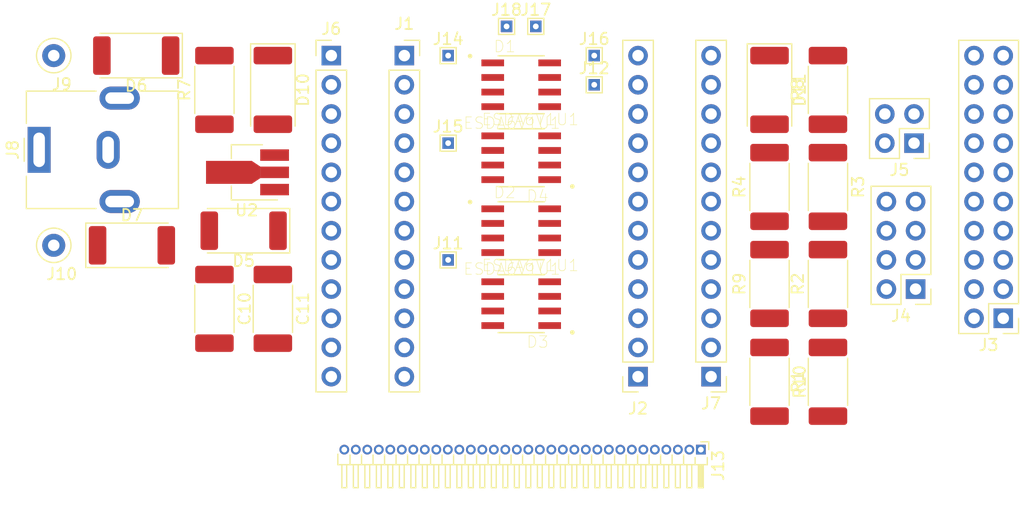
<source format=kicad_pcb>
(kicad_pcb (version 20171130) (host pcbnew "(5.1.2)-1")

  (general
    (thickness 1.6)
    (drawings 0)
    (tracks 0)
    (zones 0)
    (modules 38)
    (nets 56)
  )

  (page A4)
  (layers
    (0 F.Cu signal)
    (31 B.Cu signal)
    (32 B.Adhes user)
    (33 F.Adhes user)
    (34 B.Paste user)
    (35 F.Paste user)
    (36 B.SilkS user)
    (37 F.SilkS user)
    (38 B.Mask user)
    (39 F.Mask user)
    (40 Dwgs.User user)
    (41 Cmts.User user)
    (42 Eco1.User user)
    (43 Eco2.User user)
    (44 Edge.Cuts user)
    (45 Margin user)
    (46 B.CrtYd user)
    (47 F.CrtYd user)
    (48 B.Fab user)
    (49 F.Fab user)
  )

  (setup
    (last_trace_width 0.25)
    (trace_clearance 0.2)
    (zone_clearance 0.508)
    (zone_45_only no)
    (trace_min 0.2)
    (via_size 0.8)
    (via_drill 0.4)
    (via_min_size 0.4)
    (via_min_drill 0.3)
    (uvia_size 0.3)
    (uvia_drill 0.1)
    (uvias_allowed no)
    (uvia_min_size 0.2)
    (uvia_min_drill 0.1)
    (edge_width 0.05)
    (segment_width 0.2)
    (pcb_text_width 0.3)
    (pcb_text_size 1.5 1.5)
    (mod_edge_width 0.12)
    (mod_text_size 1 1)
    (mod_text_width 0.15)
    (pad_size 1.524 1.524)
    (pad_drill 0.762)
    (pad_to_mask_clearance 0.051)
    (solder_mask_min_width 0.25)
    (aux_axis_origin 0 0)
    (visible_elements 7FFFFFFF)
    (pcbplotparams
      (layerselection 0x010fc_ffffffff)
      (usegerberextensions false)
      (usegerberattributes false)
      (usegerberadvancedattributes false)
      (creategerberjobfile false)
      (excludeedgelayer true)
      (linewidth 0.100000)
      (plotframeref false)
      (viasonmask false)
      (mode 1)
      (useauxorigin false)
      (hpglpennumber 1)
      (hpglpenspeed 20)
      (hpglpendiameter 15.000000)
      (psnegative false)
      (psa4output false)
      (plotreference true)
      (plotvalue true)
      (plotinvisibletext false)
      (padsonsilk false)
      (subtractmaskfromsilk false)
      (outputformat 1)
      (mirror false)
      (drillshape 1)
      (scaleselection 1)
      (outputdirectory ""))
  )

  (net 0 "")
  (net 1 Earth)
  (net 2 +3V3)
  (net 3 "Net-(J3-Pad2)")
  (net 4 "Net-(J3-Pad19)")
  (net 5 "Net-(J3-Pad17)")
  (net 6 +BATT)
  (net 7 "Net-(J3-Pad15)")
  (net 8 "Net-(J3-Pad13)")
  (net 9 "Net-(J3-Pad9)")
  (net 10 "Net-(J3-Pad7)")
  (net 11 "Net-(J3-Pad5)")
  (net 12 "Net-(J3-Pad3)")
  (net 13 +5V)
  (net 14 "Net-(D10-Pad2)")
  (net 15 "Net-(D11-Pad2)")
  (net 16 "Net-(D1-Pad7)")
  (net 17 "Net-(D1-Pad6)")
  (net 18 "Net-(D2-Pad7)")
  (net 19 "Net-(D2-Pad6)")
  (net 20 "Net-(D3-Pad7)")
  (net 21 "Net-(D3-Pad6)")
  (net 22 "Net-(D4-Pad7)")
  (net 23 "Net-(D4-Pad6)")
  (net 24 SDA|TIM4_CH2)
  (net 25 ADC4|DAC1)
  (net 26 WKUP|ADC0|TIM5_CH1)
  (net 27 USART1_RX|TIM1_CH3)
  (net 28 USART1_TX|TIM1_CH2)
  (net 29 "Net-(D2-Pad8)")
  (net 30 ADC13)
  (net 31 ADC12|SPI_SS)
  (net 32 ADC5|SPI_SCK|DAC2)
  (net 33 ADC6|SPI_MISO|TIM3_CH1)
  (net 34 ADC7|SPI_MOSI|TIM3|CH2)
  (net 35 JTAG_TDI|SPI1_SS|I2S3_WS)
  (net 36 JTAG_TDO|SPI1_SCK|I2S3_SCK)
  (net 37 JTAG_TRST|SPI1_MISO|TIM3_CH1)
  (net 38 SPI1_MOSI|CAN2_RX|TIM3_CH2|I2S3_SD)
  (net 39 SCL|CAN2_TX|TIM4_CH1)
  (net 40 RST)
  (net 41 JTAG_TMS)
  (net 42 JTAG_TCK)
  (net 43 ADC15)
  (net 44 RGB_RED)
  (net 45 RGB_GREEN)
  (net 46 SMPS_ENABLE)
  (net 47 SETUP_BUTTON)
  (net 48 RGB_BLUE)
  (net 49 USB_DATA-)
  (net 50 USB_DATA+)
  (net 51 "Net-(J8-PadMP)")
  (net 52 "Net-(C10-Pad1)")
  (net 53 "Net-(D5-Pad2)")
  (net 54 "Net-(D6-Pad2)")
  (net 55 "Net-(D7-Pad1)")

  (net_class Default "This is the default net class."
    (clearance 0.2)
    (trace_width 0.25)
    (via_dia 0.8)
    (via_drill 0.4)
    (uvia_dia 0.3)
    (uvia_drill 0.1)
    (add_net +3V3)
    (add_net +5V)
    (add_net +BATT)
    (add_net ADC12|SPI_SS)
    (add_net ADC13)
    (add_net ADC15)
    (add_net ADC4|DAC1)
    (add_net ADC5|SPI_SCK|DAC2)
    (add_net ADC6|SPI_MISO|TIM3_CH1)
    (add_net ADC7|SPI_MOSI|TIM3|CH2)
    (add_net Earth)
    (add_net JTAG_TCK)
    (add_net JTAG_TDI|SPI1_SS|I2S3_WS)
    (add_net JTAG_TDO|SPI1_SCK|I2S3_SCK)
    (add_net JTAG_TMS)
    (add_net JTAG_TRST|SPI1_MISO|TIM3_CH1)
    (add_net "Net-(C10-Pad1)")
    (add_net "Net-(D1-Pad6)")
    (add_net "Net-(D1-Pad7)")
    (add_net "Net-(D10-Pad2)")
    (add_net "Net-(D11-Pad2)")
    (add_net "Net-(D2-Pad6)")
    (add_net "Net-(D2-Pad7)")
    (add_net "Net-(D2-Pad8)")
    (add_net "Net-(D3-Pad6)")
    (add_net "Net-(D3-Pad7)")
    (add_net "Net-(D4-Pad6)")
    (add_net "Net-(D4-Pad7)")
    (add_net "Net-(D5-Pad2)")
    (add_net "Net-(D6-Pad2)")
    (add_net "Net-(D7-Pad1)")
    (add_net "Net-(J3-Pad13)")
    (add_net "Net-(J3-Pad15)")
    (add_net "Net-(J3-Pad17)")
    (add_net "Net-(J3-Pad19)")
    (add_net "Net-(J3-Pad2)")
    (add_net "Net-(J3-Pad3)")
    (add_net "Net-(J3-Pad5)")
    (add_net "Net-(J3-Pad7)")
    (add_net "Net-(J3-Pad9)")
    (add_net "Net-(J8-PadMP)")
    (add_net RGB_BLUE)
    (add_net RGB_GREEN)
    (add_net RGB_RED)
    (add_net RST)
    (add_net SCL|CAN2_TX|TIM4_CH1)
    (add_net SDA|TIM4_CH2)
    (add_net SETUP_BUTTON)
    (add_net SMPS_ENABLE)
    (add_net SPI1_MOSI|CAN2_RX|TIM3_CH2|I2S3_SD)
    (add_net USART1_RX|TIM1_CH3)
    (add_net USART1_TX|TIM1_CH2)
    (add_net USB_DATA+)
    (add_net USB_DATA-)
    (add_net WKUP|ADC0|TIM5_CH1)
  )

  (module TestPoint:TestPoint_Loop_D2.50mm_Drill1.0mm (layer F.Cu) (tedit 5A0F774F) (tstamp 5D061CD9)
    (at 97.79 93.98)
    (descr "wire loop as test point, loop diameter 2.5mm, hole diameter 1.0mm")
    (tags "test point wire loop bead")
    (path /5D21B5D5/5D079B5B)
    (fp_text reference J10 (at 0.7 2.5) (layer F.SilkS)
      (effects (font (size 1 1) (thickness 0.15)))
    )
    (fp_text value Conn_01x01 (at 0 -2.8) (layer F.Fab)
      (effects (font (size 1 1) (thickness 0.15)))
    )
    (fp_text user %R (at 0.7 2.5) (layer F.Fab)
      (effects (font (size 1 1) (thickness 0.15)))
    )
    (fp_circle (center 0 0) (end 1.5 0) (layer F.SilkS) (width 0.12))
    (fp_circle (center 0 0) (end 1.8 0) (layer F.CrtYd) (width 0.05))
    (fp_line (start 1.3 -0.2) (end -1.3 -0.2) (layer F.Fab) (width 0.12))
    (fp_line (start 1.3 0.2) (end 1.3 -0.2) (layer F.Fab) (width 0.12))
    (fp_line (start -1.3 0.2) (end 1.3 0.2) (layer F.Fab) (width 0.12))
    (fp_line (start -1.3 -0.2) (end -1.3 0.2) (layer F.Fab) (width 0.12))
    (pad 1 thru_hole circle (at 0 0) (size 2 2) (drill 1) (layers *.Cu *.Mask)
      (net 55 "Net-(D7-Pad1)"))
    (model ${KISYS3DMOD}/TestPoint.3dshapes/TestPoint_Loop_D2.50mm_Drill1.0mm.wrl
      (at (xyz 0 0 0))
      (scale (xyz 1 1 1))
      (rotate (xyz 0 0 0))
    )
  )

  (module TestPoint:TestPoint_Loop_D2.50mm_Drill1.0mm (layer F.Cu) (tedit 5A0F774F) (tstamp 5D061CCD)
    (at 97.79 77.47)
    (descr "wire loop as test point, loop diameter 2.5mm, hole diameter 1.0mm")
    (tags "test point wire loop bead")
    (path /5D21B5D5/5D0781A8)
    (fp_text reference J9 (at 0.7 2.5) (layer F.SilkS)
      (effects (font (size 1 1) (thickness 0.15)))
    )
    (fp_text value Conn_01x01 (at 0 -2.8) (layer F.Fab)
      (effects (font (size 1 1) (thickness 0.15)))
    )
    (fp_text user %R (at 0.7 2.5) (layer F.Fab)
      (effects (font (size 1 1) (thickness 0.15)))
    )
    (fp_circle (center 0 0) (end 1.5 0) (layer F.SilkS) (width 0.12))
    (fp_circle (center 0 0) (end 1.8 0) (layer F.CrtYd) (width 0.05))
    (fp_line (start 1.3 -0.2) (end -1.3 -0.2) (layer F.Fab) (width 0.12))
    (fp_line (start 1.3 0.2) (end 1.3 -0.2) (layer F.Fab) (width 0.12))
    (fp_line (start -1.3 0.2) (end 1.3 0.2) (layer F.Fab) (width 0.12))
    (fp_line (start -1.3 -0.2) (end -1.3 0.2) (layer F.Fab) (width 0.12))
    (pad 1 thru_hole circle (at 0 0) (size 2 2) (drill 1) (layers *.Cu *.Mask)
      (net 54 "Net-(D6-Pad2)"))
    (model ${KISYS3DMOD}/TestPoint.3dshapes/TestPoint_Loop_D2.50mm_Drill1.0mm.wrl
      (at (xyz 0 0 0))
      (scale (xyz 1 1 1))
      (rotate (xyz 0 0 0))
    )
  )

  (module Diode_SMD:D_2512_6332Metric_Pad1.52x3.35mm_HandSolder (layer F.Cu) (tedit 5B4B45C8) (tstamp 5D061A8B)
    (at 104.5875 93.98)
    (descr "Diode SMD 2512 (6332 Metric), square (rectangular) end terminal, IPC_7351 nominal, (Body size source: http://www.tortai-tech.com/upload/download/2011102023233369053.pdf), generated with kicad-footprint-generator")
    (tags "diode handsolder")
    (path /5D21B5D5/5D07FB85)
    (attr smd)
    (fp_text reference D7 (at 0 -2.62) (layer F.SilkS)
      (effects (font (size 1 1) (thickness 0.15)))
    )
    (fp_text value D (at 0 2.62) (layer F.Fab)
      (effects (font (size 1 1) (thickness 0.15)))
    )
    (fp_text user %R (at 0 0) (layer F.Fab)
      (effects (font (size 1 1) (thickness 0.15)))
    )
    (fp_line (start 4 1.92) (end -4 1.92) (layer F.CrtYd) (width 0.05))
    (fp_line (start 4 -1.92) (end 4 1.92) (layer F.CrtYd) (width 0.05))
    (fp_line (start -4 -1.92) (end 4 -1.92) (layer F.CrtYd) (width 0.05))
    (fp_line (start -4 1.92) (end -4 -1.92) (layer F.CrtYd) (width 0.05))
    (fp_line (start -4.01 1.935) (end 3.15 1.935) (layer F.SilkS) (width 0.12))
    (fp_line (start -4.01 -1.935) (end -4.01 1.935) (layer F.SilkS) (width 0.12))
    (fp_line (start 3.15 -1.935) (end -4.01 -1.935) (layer F.SilkS) (width 0.12))
    (fp_line (start 3.15 1.6) (end 3.15 -1.6) (layer F.Fab) (width 0.1))
    (fp_line (start -3.15 1.6) (end 3.15 1.6) (layer F.Fab) (width 0.1))
    (fp_line (start -3.15 -0.8) (end -3.15 1.6) (layer F.Fab) (width 0.1))
    (fp_line (start -2.35 -1.6) (end -3.15 -0.8) (layer F.Fab) (width 0.1))
    (fp_line (start 3.15 -1.6) (end -2.35 -1.6) (layer F.Fab) (width 0.1))
    (pad 2 smd roundrect (at 2.9875 0) (size 1.525 3.35) (layers F.Cu F.Paste F.Mask) (roundrect_rratio 0.163934)
      (net 1 Earth))
    (pad 1 smd roundrect (at -2.9875 0) (size 1.525 3.35) (layers F.Cu F.Paste F.Mask) (roundrect_rratio 0.163934)
      (net 55 "Net-(D7-Pad1)"))
    (model ${KISYS3DMOD}/Diode_SMD.3dshapes/D_2512_6332Metric.wrl
      (at (xyz 0 0 0))
      (scale (xyz 1 1 1))
      (rotate (xyz 0 0 0))
    )
  )

  (module Diode_SMD:D_2512_6332Metric_Pad1.52x3.35mm_HandSolder (layer F.Cu) (tedit 5B4B45C8) (tstamp 5D061A78)
    (at 104.9625 77.47 180)
    (descr "Diode SMD 2512 (6332 Metric), square (rectangular) end terminal, IPC_7351 nominal, (Body size source: http://www.tortai-tech.com/upload/download/2011102023233369053.pdf), generated with kicad-footprint-generator")
    (tags "diode handsolder")
    (path /5D21B5D5/5D07C1C3)
    (attr smd)
    (fp_text reference D6 (at 0 -2.62) (layer F.SilkS)
      (effects (font (size 1 1) (thickness 0.15)))
    )
    (fp_text value D (at 0 2.62) (layer F.Fab)
      (effects (font (size 1 1) (thickness 0.15)))
    )
    (fp_text user %R (at 0 0) (layer F.Fab)
      (effects (font (size 1 1) (thickness 0.15)))
    )
    (fp_line (start 4 1.92) (end -4 1.92) (layer F.CrtYd) (width 0.05))
    (fp_line (start 4 -1.92) (end 4 1.92) (layer F.CrtYd) (width 0.05))
    (fp_line (start -4 -1.92) (end 4 -1.92) (layer F.CrtYd) (width 0.05))
    (fp_line (start -4 1.92) (end -4 -1.92) (layer F.CrtYd) (width 0.05))
    (fp_line (start -4.01 1.935) (end 3.15 1.935) (layer F.SilkS) (width 0.12))
    (fp_line (start -4.01 -1.935) (end -4.01 1.935) (layer F.SilkS) (width 0.12))
    (fp_line (start 3.15 -1.935) (end -4.01 -1.935) (layer F.SilkS) (width 0.12))
    (fp_line (start 3.15 1.6) (end 3.15 -1.6) (layer F.Fab) (width 0.1))
    (fp_line (start -3.15 1.6) (end 3.15 1.6) (layer F.Fab) (width 0.1))
    (fp_line (start -3.15 -0.8) (end -3.15 1.6) (layer F.Fab) (width 0.1))
    (fp_line (start -2.35 -1.6) (end -3.15 -0.8) (layer F.Fab) (width 0.1))
    (fp_line (start 3.15 -1.6) (end -2.35 -1.6) (layer F.Fab) (width 0.1))
    (pad 2 smd roundrect (at 2.9875 0 180) (size 1.525 3.35) (layers F.Cu F.Paste F.Mask) (roundrect_rratio 0.163934)
      (net 54 "Net-(D6-Pad2)"))
    (pad 1 smd roundrect (at -2.9875 0 180) (size 1.525 3.35) (layers F.Cu F.Paste F.Mask) (roundrect_rratio 0.163934)
      (net 52 "Net-(C10-Pad1)"))
    (model ${KISYS3DMOD}/Diode_SMD.3dshapes/D_2512_6332Metric.wrl
      (at (xyz 0 0 0))
      (scale (xyz 1 1 1))
      (rotate (xyz 0 0 0))
    )
  )

  (module Diode_SMD:D_2512_6332Metric_Pad1.52x3.35mm_HandSolder (layer F.Cu) (tedit 5B4B45C8) (tstamp 5D05F5F1)
    (at 114.3 92.71 180)
    (descr "Diode SMD 2512 (6332 Metric), square (rectangular) end terminal, IPC_7351 nominal, (Body size source: http://www.tortai-tech.com/upload/download/2011102023233369053.pdf), generated with kicad-footprint-generator")
    (tags "diode handsolder")
    (path /5D21B5D5/5D074735)
    (attr smd)
    (fp_text reference D5 (at 0 -2.62) (layer F.SilkS)
      (effects (font (size 1 1) (thickness 0.15)))
    )
    (fp_text value D (at 0 2.62) (layer F.Fab)
      (effects (font (size 1 1) (thickness 0.15)))
    )
    (fp_text user %R (at 0 0) (layer F.Fab)
      (effects (font (size 1 1) (thickness 0.15)))
    )
    (fp_line (start 4 1.92) (end -4 1.92) (layer F.CrtYd) (width 0.05))
    (fp_line (start 4 -1.92) (end 4 1.92) (layer F.CrtYd) (width 0.05))
    (fp_line (start -4 -1.92) (end 4 -1.92) (layer F.CrtYd) (width 0.05))
    (fp_line (start -4 1.92) (end -4 -1.92) (layer F.CrtYd) (width 0.05))
    (fp_line (start -4.01 1.935) (end 3.15 1.935) (layer F.SilkS) (width 0.12))
    (fp_line (start -4.01 -1.935) (end -4.01 1.935) (layer F.SilkS) (width 0.12))
    (fp_line (start 3.15 -1.935) (end -4.01 -1.935) (layer F.SilkS) (width 0.12))
    (fp_line (start 3.15 1.6) (end 3.15 -1.6) (layer F.Fab) (width 0.1))
    (fp_line (start -3.15 1.6) (end 3.15 1.6) (layer F.Fab) (width 0.1))
    (fp_line (start -3.15 -0.8) (end -3.15 1.6) (layer F.Fab) (width 0.1))
    (fp_line (start -2.35 -1.6) (end -3.15 -0.8) (layer F.Fab) (width 0.1))
    (fp_line (start 3.15 -1.6) (end -2.35 -1.6) (layer F.Fab) (width 0.1))
    (pad 2 smd roundrect (at 2.9875 0 180) (size 1.525 3.35) (layers F.Cu F.Paste F.Mask) (roundrect_rratio 0.163934)
      (net 53 "Net-(D5-Pad2)"))
    (pad 1 smd roundrect (at -2.9875 0 180) (size 1.525 3.35) (layers F.Cu F.Paste F.Mask) (roundrect_rratio 0.163934)
      (net 52 "Net-(C10-Pad1)"))
    (model ${KISYS3DMOD}/Diode_SMD.3dshapes/D_2512_6332Metric.wrl
      (at (xyz 0 0 0))
      (scale (xyz 1 1 1))
      (rotate (xyz 0 0 0))
    )
  )

  (module Connector_BarrelJack:BarrelJack_CUI_PJ-063AH_Horizontal (layer F.Cu) (tedit 5B0886BD) (tstamp 5D05CCF8)
    (at 96.52 85.67 90)
    (descr "Barrel Jack, 2.0mm ID, 5.5mm OD, 24V, 8A, no switch, https://www.cui.com/product/resource/pj-063ah.pdf")
    (tags "barrel jack cui dc power")
    (path /5D21B5D5/5D071780)
    (fp_text reference J8 (at 0 -2.3 90) (layer F.SilkS)
      (effects (font (size 1 1) (thickness 0.15)))
    )
    (fp_text value Barrel_Jack_MountingPin (at 0 13 90) (layer F.Fab)
      (effects (font (size 1 1) (thickness 0.15)))
    )
    (fp_text user %R (at 0 5.5 90) (layer F.Fab)
      (effects (font (size 1 1) (thickness 0.15)))
    )
    (fp_line (start 6 -1.5) (end -6 -1.5) (layer F.CrtYd) (width 0.05))
    (fp_line (start 6 12.5) (end 6 -1.5) (layer F.CrtYd) (width 0.05))
    (fp_line (start -6 12.5) (end 6 12.5) (layer F.CrtYd) (width 0.05))
    (fp_line (start -6 -1.5) (end -6 12.5) (layer F.CrtYd) (width 0.05))
    (fp_line (start -1 -1.3) (end 1 -1.3) (layer F.SilkS) (width 0.12))
    (fp_line (start -5.11 12.11) (end -5.11 9.05) (layer F.SilkS) (width 0.12))
    (fp_line (start 5.11 12.11) (end -5.11 12.11) (layer F.SilkS) (width 0.12))
    (fp_line (start 5.11 9.05) (end 5.11 12.11) (layer F.SilkS) (width 0.12))
    (fp_line (start 5.11 -1.11) (end 5.11 4.95) (layer F.SilkS) (width 0.12))
    (fp_line (start 2.3 -1.11) (end 5.11 -1.11) (layer F.SilkS) (width 0.12))
    (fp_line (start -5.11 -1.11) (end -2.3 -1.11) (layer F.SilkS) (width 0.12))
    (fp_line (start -5.11 4.95) (end -5.11 -1.11) (layer F.SilkS) (width 0.12))
    (fp_line (start -5 12) (end -5 -1) (layer F.Fab) (width 0.1))
    (fp_line (start 5 12) (end -5 12) (layer F.Fab) (width 0.1))
    (fp_line (start 5 -1) (end 5 12) (layer F.Fab) (width 0.1))
    (fp_line (start 1 -1) (end 5 -1) (layer F.Fab) (width 0.1))
    (fp_line (start 0 0) (end 1 -1) (layer F.Fab) (width 0.1))
    (fp_line (start -1 -1) (end 0 0) (layer F.Fab) (width 0.1))
    (fp_line (start -5 -1) (end -1 -1) (layer F.Fab) (width 0.1))
    (pad "" np_thru_hole circle (at 0 9 90) (size 1.6 1.6) (drill 1.6) (layers *.Cu *.Mask))
    (pad MP thru_hole oval (at 4.5 7 90) (size 2 3.5) (drill oval 1 2.5) (layers *.Cu *.Mask)
      (net 51 "Net-(J8-PadMP)"))
    (pad MP thru_hole oval (at -4.5 7 90) (size 2 3.5) (drill oval 1 2.5) (layers *.Cu *.Mask)
      (net 51 "Net-(J8-PadMP)"))
    (pad 2 thru_hole oval (at 0 6 90) (size 3.3 2) (drill oval 2.3 1) (layers *.Cu *.Mask)
      (net 1 Earth))
    (pad 1 thru_hole rect (at 0 0 90) (size 4 2) (drill oval 3 1) (layers *.Cu *.Mask)
      (net 53 "Net-(D5-Pad2)"))
    (model ${KISYS3DMOD}/Connector_BarrelJack.3dshapes/BarrelJack_CUI_PJ-063AH_Horizontal.wrl
      (at (xyz 0 0 0))
      (scale (xyz 1 1 1))
      (rotate (xyz 0 0 0))
    )
  )

  (module Connector_PinHeader_1.00mm:PinHeader_1x32_P1.00mm_Horizontal (layer F.Cu) (tedit 59FED738) (tstamp 5D084B29)
    (at 154.05 111.76 270)
    (descr "Through hole angled pin header, 1x32, 1.00mm pitch, 2.0mm pin length, single row")
    (tags "Through hole angled pin header THT 1x32 1.00mm single row")
    (path /5D01AE82/5D101581)
    (fp_text reference J13 (at 1.375 -1.5 90) (layer F.SilkS)
      (effects (font (size 1 1) (thickness 0.15)))
    )
    (fp_text value Conn_01x32 (at 1.375 32.5 90) (layer F.Fab)
      (effects (font (size 1 1) (thickness 0.15)))
    )
    (fp_text user %R (at 0.75 15.5) (layer F.Fab)
      (effects (font (size 0.6 0.6) (thickness 0.09)))
    )
    (fp_line (start 3.75 -1) (end -1 -1) (layer F.CrtYd) (width 0.05))
    (fp_line (start 3.75 32) (end 3.75 -1) (layer F.CrtYd) (width 0.05))
    (fp_line (start -1 32) (end 3.75 32) (layer F.CrtYd) (width 0.05))
    (fp_line (start -1 -1) (end -1 32) (layer F.CrtYd) (width 0.05))
    (fp_line (start -0.685 -0.685) (end 0 -0.685) (layer F.SilkS) (width 0.12))
    (fp_line (start -0.685 0) (end -0.685 -0.685) (layer F.SilkS) (width 0.12))
    (fp_line (start 3.31 31.21) (end 1.31 31.21) (layer F.SilkS) (width 0.12))
    (fp_line (start 3.31 30.79) (end 3.31 31.21) (layer F.SilkS) (width 0.12))
    (fp_line (start 1.31 30.79) (end 3.31 30.79) (layer F.SilkS) (width 0.12))
    (fp_line (start 0.468215 30.5) (end 1.31 30.5) (layer F.SilkS) (width 0.12))
    (fp_line (start 3.31 30.21) (end 1.31 30.21) (layer F.SilkS) (width 0.12))
    (fp_line (start 3.31 29.79) (end 3.31 30.21) (layer F.SilkS) (width 0.12))
    (fp_line (start 1.31 29.79) (end 3.31 29.79) (layer F.SilkS) (width 0.12))
    (fp_line (start 0.468215 29.5) (end 1.31 29.5) (layer F.SilkS) (width 0.12))
    (fp_line (start 3.31 29.21) (end 1.31 29.21) (layer F.SilkS) (width 0.12))
    (fp_line (start 3.31 28.79) (end 3.31 29.21) (layer F.SilkS) (width 0.12))
    (fp_line (start 1.31 28.79) (end 3.31 28.79) (layer F.SilkS) (width 0.12))
    (fp_line (start 0.468215 28.5) (end 1.31 28.5) (layer F.SilkS) (width 0.12))
    (fp_line (start 3.31 28.21) (end 1.31 28.21) (layer F.SilkS) (width 0.12))
    (fp_line (start 3.31 27.79) (end 3.31 28.21) (layer F.SilkS) (width 0.12))
    (fp_line (start 1.31 27.79) (end 3.31 27.79) (layer F.SilkS) (width 0.12))
    (fp_line (start 0.468215 27.5) (end 1.31 27.5) (layer F.SilkS) (width 0.12))
    (fp_line (start 3.31 27.21) (end 1.31 27.21) (layer F.SilkS) (width 0.12))
    (fp_line (start 3.31 26.79) (end 3.31 27.21) (layer F.SilkS) (width 0.12))
    (fp_line (start 1.31 26.79) (end 3.31 26.79) (layer F.SilkS) (width 0.12))
    (fp_line (start 0.468215 26.5) (end 1.31 26.5) (layer F.SilkS) (width 0.12))
    (fp_line (start 3.31 26.21) (end 1.31 26.21) (layer F.SilkS) (width 0.12))
    (fp_line (start 3.31 25.79) (end 3.31 26.21) (layer F.SilkS) (width 0.12))
    (fp_line (start 1.31 25.79) (end 3.31 25.79) (layer F.SilkS) (width 0.12))
    (fp_line (start 0.468215 25.5) (end 1.31 25.5) (layer F.SilkS) (width 0.12))
    (fp_line (start 3.31 25.21) (end 1.31 25.21) (layer F.SilkS) (width 0.12))
    (fp_line (start 3.31 24.79) (end 3.31 25.21) (layer F.SilkS) (width 0.12))
    (fp_line (start 1.31 24.79) (end 3.31 24.79) (layer F.SilkS) (width 0.12))
    (fp_line (start 0.468215 24.5) (end 1.31 24.5) (layer F.SilkS) (width 0.12))
    (fp_line (start 3.31 24.21) (end 1.31 24.21) (layer F.SilkS) (width 0.12))
    (fp_line (start 3.31 23.79) (end 3.31 24.21) (layer F.SilkS) (width 0.12))
    (fp_line (start 1.31 23.79) (end 3.31 23.79) (layer F.SilkS) (width 0.12))
    (fp_line (start 0.468215 23.5) (end 1.31 23.5) (layer F.SilkS) (width 0.12))
    (fp_line (start 3.31 23.21) (end 1.31 23.21) (layer F.SilkS) (width 0.12))
    (fp_line (start 3.31 22.79) (end 3.31 23.21) (layer F.SilkS) (width 0.12))
    (fp_line (start 1.31 22.79) (end 3.31 22.79) (layer F.SilkS) (width 0.12))
    (fp_line (start 0.468215 22.5) (end 1.31 22.5) (layer F.SilkS) (width 0.12))
    (fp_line (start 3.31 22.21) (end 1.31 22.21) (layer F.SilkS) (width 0.12))
    (fp_line (start 3.31 21.79) (end 3.31 22.21) (layer F.SilkS) (width 0.12))
    (fp_line (start 1.31 21.79) (end 3.31 21.79) (layer F.SilkS) (width 0.12))
    (fp_line (start 0.468215 21.5) (end 1.31 21.5) (layer F.SilkS) (width 0.12))
    (fp_line (start 3.31 21.21) (end 1.31 21.21) (layer F.SilkS) (width 0.12))
    (fp_line (start 3.31 20.79) (end 3.31 21.21) (layer F.SilkS) (width 0.12))
    (fp_line (start 1.31 20.79) (end 3.31 20.79) (layer F.SilkS) (width 0.12))
    (fp_line (start 0.468215 20.5) (end 1.31 20.5) (layer F.SilkS) (width 0.12))
    (fp_line (start 3.31 20.21) (end 1.31 20.21) (layer F.SilkS) (width 0.12))
    (fp_line (start 3.31 19.79) (end 3.31 20.21) (layer F.SilkS) (width 0.12))
    (fp_line (start 1.31 19.79) (end 3.31 19.79) (layer F.SilkS) (width 0.12))
    (fp_line (start 0.468215 19.5) (end 1.31 19.5) (layer F.SilkS) (width 0.12))
    (fp_line (start 3.31 19.21) (end 1.31 19.21) (layer F.SilkS) (width 0.12))
    (fp_line (start 3.31 18.79) (end 3.31 19.21) (layer F.SilkS) (width 0.12))
    (fp_line (start 1.31 18.79) (end 3.31 18.79) (layer F.SilkS) (width 0.12))
    (fp_line (start 0.468215 18.5) (end 1.31 18.5) (layer F.SilkS) (width 0.12))
    (fp_line (start 3.31 18.21) (end 1.31 18.21) (layer F.SilkS) (width 0.12))
    (fp_line (start 3.31 17.79) (end 3.31 18.21) (layer F.SilkS) (width 0.12))
    (fp_line (start 1.31 17.79) (end 3.31 17.79) (layer F.SilkS) (width 0.12))
    (fp_line (start 0.468215 17.5) (end 1.31 17.5) (layer F.SilkS) (width 0.12))
    (fp_line (start 3.31 17.21) (end 1.31 17.21) (layer F.SilkS) (width 0.12))
    (fp_line (start 3.31 16.79) (end 3.31 17.21) (layer F.SilkS) (width 0.12))
    (fp_line (start 1.31 16.79) (end 3.31 16.79) (layer F.SilkS) (width 0.12))
    (fp_line (start 0.468215 16.5) (end 1.31 16.5) (layer F.SilkS) (width 0.12))
    (fp_line (start 3.31 16.21) (end 1.31 16.21) (layer F.SilkS) (width 0.12))
    (fp_line (start 3.31 15.79) (end 3.31 16.21) (layer F.SilkS) (width 0.12))
    (fp_line (start 1.31 15.79) (end 3.31 15.79) (layer F.SilkS) (width 0.12))
    (fp_line (start 0.468215 15.5) (end 1.31 15.5) (layer F.SilkS) (width 0.12))
    (fp_line (start 3.31 15.21) (end 1.31 15.21) (layer F.SilkS) (width 0.12))
    (fp_line (start 3.31 14.79) (end 3.31 15.21) (layer F.SilkS) (width 0.12))
    (fp_line (start 1.31 14.79) (end 3.31 14.79) (layer F.SilkS) (width 0.12))
    (fp_line (start 0.468215 14.5) (end 1.31 14.5) (layer F.SilkS) (width 0.12))
    (fp_line (start 3.31 14.21) (end 1.31 14.21) (layer F.SilkS) (width 0.12))
    (fp_line (start 3.31 13.79) (end 3.31 14.21) (layer F.SilkS) (width 0.12))
    (fp_line (start 1.31 13.79) (end 3.31 13.79) (layer F.SilkS) (width 0.12))
    (fp_line (start 0.468215 13.5) (end 1.31 13.5) (layer F.SilkS) (width 0.12))
    (fp_line (start 3.31 13.21) (end 1.31 13.21) (layer F.SilkS) (width 0.12))
    (fp_line (start 3.31 12.79) (end 3.31 13.21) (layer F.SilkS) (width 0.12))
    (fp_line (start 1.31 12.79) (end 3.31 12.79) (layer F.SilkS) (width 0.12))
    (fp_line (start 0.468215 12.5) (end 1.31 12.5) (layer F.SilkS) (width 0.12))
    (fp_line (start 3.31 12.21) (end 1.31 12.21) (layer F.SilkS) (width 0.12))
    (fp_line (start 3.31 11.79) (end 3.31 12.21) (layer F.SilkS) (width 0.12))
    (fp_line (start 1.31 11.79) (end 3.31 11.79) (layer F.SilkS) (width 0.12))
    (fp_line (start 0.468215 11.5) (end 1.31 11.5) (layer F.SilkS) (width 0.12))
    (fp_line (start 3.31 11.21) (end 1.31 11.21) (layer F.SilkS) (width 0.12))
    (fp_line (start 3.31 10.79) (end 3.31 11.21) (layer F.SilkS) (width 0.12))
    (fp_line (start 1.31 10.79) (end 3.31 10.79) (layer F.SilkS) (width 0.12))
    (fp_line (start 0.468215 10.5) (end 1.31 10.5) (layer F.SilkS) (width 0.12))
    (fp_line (start 3.31 10.21) (end 1.31 10.21) (layer F.SilkS) (width 0.12))
    (fp_line (start 3.31 9.79) (end 3.31 10.21) (layer F.SilkS) (width 0.12))
    (fp_line (start 1.31 9.79) (end 3.31 9.79) (layer F.SilkS) (width 0.12))
    (fp_line (start 0.468215 9.5) (end 1.31 9.5) (layer F.SilkS) (width 0.12))
    (fp_line (start 3.31 9.21) (end 1.31 9.21) (layer F.SilkS) (width 0.12))
    (fp_line (start 3.31 8.79) (end 3.31 9.21) (layer F.SilkS) (width 0.12))
    (fp_line (start 1.31 8.79) (end 3.31 8.79) (layer F.SilkS) (width 0.12))
    (fp_line (start 0.468215 8.5) (end 1.31 8.5) (layer F.SilkS) (width 0.12))
    (fp_line (start 3.31 8.21) (end 1.31 8.21) (layer F.SilkS) (width 0.12))
    (fp_line (start 3.31 7.79) (end 3.31 8.21) (layer F.SilkS) (width 0.12))
    (fp_line (start 1.31 7.79) (end 3.31 7.79) (layer F.SilkS) (width 0.12))
    (fp_line (start 0.468215 7.5) (end 1.31 7.5) (layer F.SilkS) (width 0.12))
    (fp_line (start 3.31 7.21) (end 1.31 7.21) (layer F.SilkS) (width 0.12))
    (fp_line (start 3.31 6.79) (end 3.31 7.21) (layer F.SilkS) (width 0.12))
    (fp_line (start 1.31 6.79) (end 3.31 6.79) (layer F.SilkS) (width 0.12))
    (fp_line (start 0.468215 6.5) (end 1.31 6.5) (layer F.SilkS) (width 0.12))
    (fp_line (start 3.31 6.21) (end 1.31 6.21) (layer F.SilkS) (width 0.12))
    (fp_line (start 3.31 5.79) (end 3.31 6.21) (layer F.SilkS) (width 0.12))
    (fp_line (start 1.31 5.79) (end 3.31 5.79) (layer F.SilkS) (width 0.12))
    (fp_line (start 0.468215 5.5) (end 1.31 5.5) (layer F.SilkS) (width 0.12))
    (fp_line (start 3.31 5.21) (end 1.31 5.21) (layer F.SilkS) (width 0.12))
    (fp_line (start 3.31 4.79) (end 3.31 5.21) (layer F.SilkS) (width 0.12))
    (fp_line (start 1.31 4.79) (end 3.31 4.79) (layer F.SilkS) (width 0.12))
    (fp_line (start 0.468215 4.5) (end 1.31 4.5) (layer F.SilkS) (width 0.12))
    (fp_line (start 3.31 4.21) (end 1.31 4.21) (layer F.SilkS) (width 0.12))
    (fp_line (start 3.31 3.79) (end 3.31 4.21) (layer F.SilkS) (width 0.12))
    (fp_line (start 1.31 3.79) (end 3.31 3.79) (layer F.SilkS) (width 0.12))
    (fp_line (start 0.468215 3.5) (end 1.31 3.5) (layer F.SilkS) (width 0.12))
    (fp_line (start 3.31 3.21) (end 1.31 3.21) (layer F.SilkS) (width 0.12))
    (fp_line (start 3.31 2.79) (end 3.31 3.21) (layer F.SilkS) (width 0.12))
    (fp_line (start 1.31 2.79) (end 3.31 2.79) (layer F.SilkS) (width 0.12))
    (fp_line (start 0.468215 2.5) (end 1.31 2.5) (layer F.SilkS) (width 0.12))
    (fp_line (start 3.31 2.21) (end 1.31 2.21) (layer F.SilkS) (width 0.12))
    (fp_line (start 3.31 1.79) (end 3.31 2.21) (layer F.SilkS) (width 0.12))
    (fp_line (start 1.31 1.79) (end 3.31 1.79) (layer F.SilkS) (width 0.12))
    (fp_line (start 0.468215 1.5) (end 1.31 1.5) (layer F.SilkS) (width 0.12))
    (fp_line (start 3.31 1.21) (end 1.31 1.21) (layer F.SilkS) (width 0.12))
    (fp_line (start 3.31 0.79) (end 3.31 1.21) (layer F.SilkS) (width 0.12))
    (fp_line (start 1.31 0.79) (end 3.31 0.79) (layer F.SilkS) (width 0.12))
    (fp_line (start 0.685 0.5) (end 1.31 0.5) (layer F.SilkS) (width 0.12))
    (fp_line (start 1.31 0.09) (end 3.31 0.09) (layer F.SilkS) (width 0.12))
    (fp_line (start 1.31 -0.03) (end 3.31 -0.03) (layer F.SilkS) (width 0.12))
    (fp_line (start 1.31 -0.15) (end 3.31 -0.15) (layer F.SilkS) (width 0.12))
    (fp_line (start 3.31 0.21) (end 1.31 0.21) (layer F.SilkS) (width 0.12))
    (fp_line (start 3.31 -0.21) (end 3.31 0.21) (layer F.SilkS) (width 0.12))
    (fp_line (start 1.31 -0.21) (end 3.31 -0.21) (layer F.SilkS) (width 0.12))
    (fp_line (start 1.31 31.56) (end 0.394493 31.56) (layer F.SilkS) (width 0.12))
    (fp_line (start 1.31 -0.56) (end 1.31 31.56) (layer F.SilkS) (width 0.12))
    (fp_line (start 0.685 -0.56) (end 1.31 -0.56) (layer F.SilkS) (width 0.12))
    (fp_line (start 1.25 31.15) (end 3.25 31.15) (layer F.Fab) (width 0.1))
    (fp_line (start 3.25 30.85) (end 3.25 31.15) (layer F.Fab) (width 0.1))
    (fp_line (start 1.25 30.85) (end 3.25 30.85) (layer F.Fab) (width 0.1))
    (fp_line (start -0.15 31.15) (end 0.25 31.15) (layer F.Fab) (width 0.1))
    (fp_line (start -0.15 30.85) (end -0.15 31.15) (layer F.Fab) (width 0.1))
    (fp_line (start -0.15 30.85) (end 0.25 30.85) (layer F.Fab) (width 0.1))
    (fp_line (start 1.25 30.15) (end 3.25 30.15) (layer F.Fab) (width 0.1))
    (fp_line (start 3.25 29.85) (end 3.25 30.15) (layer F.Fab) (width 0.1))
    (fp_line (start 1.25 29.85) (end 3.25 29.85) (layer F.Fab) (width 0.1))
    (fp_line (start -0.15 30.15) (end 0.25 30.15) (layer F.Fab) (width 0.1))
    (fp_line (start -0.15 29.85) (end -0.15 30.15) (layer F.Fab) (width 0.1))
    (fp_line (start -0.15 29.85) (end 0.25 29.85) (layer F.Fab) (width 0.1))
    (fp_line (start 1.25 29.15) (end 3.25 29.15) (layer F.Fab) (width 0.1))
    (fp_line (start 3.25 28.85) (end 3.25 29.15) (layer F.Fab) (width 0.1))
    (fp_line (start 1.25 28.85) (end 3.25 28.85) (layer F.Fab) (width 0.1))
    (fp_line (start -0.15 29.15) (end 0.25 29.15) (layer F.Fab) (width 0.1))
    (fp_line (start -0.15 28.85) (end -0.15 29.15) (layer F.Fab) (width 0.1))
    (fp_line (start -0.15 28.85) (end 0.25 28.85) (layer F.Fab) (width 0.1))
    (fp_line (start 1.25 28.15) (end 3.25 28.15) (layer F.Fab) (width 0.1))
    (fp_line (start 3.25 27.85) (end 3.25 28.15) (layer F.Fab) (width 0.1))
    (fp_line (start 1.25 27.85) (end 3.25 27.85) (layer F.Fab) (width 0.1))
    (fp_line (start -0.15 28.15) (end 0.25 28.15) (layer F.Fab) (width 0.1))
    (fp_line (start -0.15 27.85) (end -0.15 28.15) (layer F.Fab) (width 0.1))
    (fp_line (start -0.15 27.85) (end 0.25 27.85) (layer F.Fab) (width 0.1))
    (fp_line (start 1.25 27.15) (end 3.25 27.15) (layer F.Fab) (width 0.1))
    (fp_line (start 3.25 26.85) (end 3.25 27.15) (layer F.Fab) (width 0.1))
    (fp_line (start 1.25 26.85) (end 3.25 26.85) (layer F.Fab) (width 0.1))
    (fp_line (start -0.15 27.15) (end 0.25 27.15) (layer F.Fab) (width 0.1))
    (fp_line (start -0.15 26.85) (end -0.15 27.15) (layer F.Fab) (width 0.1))
    (fp_line (start -0.15 26.85) (end 0.25 26.85) (layer F.Fab) (width 0.1))
    (fp_line (start 1.25 26.15) (end 3.25 26.15) (layer F.Fab) (width 0.1))
    (fp_line (start 3.25 25.85) (end 3.25 26.15) (layer F.Fab) (width 0.1))
    (fp_line (start 1.25 25.85) (end 3.25 25.85) (layer F.Fab) (width 0.1))
    (fp_line (start -0.15 26.15) (end 0.25 26.15) (layer F.Fab) (width 0.1))
    (fp_line (start -0.15 25.85) (end -0.15 26.15) (layer F.Fab) (width 0.1))
    (fp_line (start -0.15 25.85) (end 0.25 25.85) (layer F.Fab) (width 0.1))
    (fp_line (start 1.25 25.15) (end 3.25 25.15) (layer F.Fab) (width 0.1))
    (fp_line (start 3.25 24.85) (end 3.25 25.15) (layer F.Fab) (width 0.1))
    (fp_line (start 1.25 24.85) (end 3.25 24.85) (layer F.Fab) (width 0.1))
    (fp_line (start -0.15 25.15) (end 0.25 25.15) (layer F.Fab) (width 0.1))
    (fp_line (start -0.15 24.85) (end -0.15 25.15) (layer F.Fab) (width 0.1))
    (fp_line (start -0.15 24.85) (end 0.25 24.85) (layer F.Fab) (width 0.1))
    (fp_line (start 1.25 24.15) (end 3.25 24.15) (layer F.Fab) (width 0.1))
    (fp_line (start 3.25 23.85) (end 3.25 24.15) (layer F.Fab) (width 0.1))
    (fp_line (start 1.25 23.85) (end 3.25 23.85) (layer F.Fab) (width 0.1))
    (fp_line (start -0.15 24.15) (end 0.25 24.15) (layer F.Fab) (width 0.1))
    (fp_line (start -0.15 23.85) (end -0.15 24.15) (layer F.Fab) (width 0.1))
    (fp_line (start -0.15 23.85) (end 0.25 23.85) (layer F.Fab) (width 0.1))
    (fp_line (start 1.25 23.15) (end 3.25 23.15) (layer F.Fab) (width 0.1))
    (fp_line (start 3.25 22.85) (end 3.25 23.15) (layer F.Fab) (width 0.1))
    (fp_line (start 1.25 22.85) (end 3.25 22.85) (layer F.Fab) (width 0.1))
    (fp_line (start -0.15 23.15) (end 0.25 23.15) (layer F.Fab) (width 0.1))
    (fp_line (start -0.15 22.85) (end -0.15 23.15) (layer F.Fab) (width 0.1))
    (fp_line (start -0.15 22.85) (end 0.25 22.85) (layer F.Fab) (width 0.1))
    (fp_line (start 1.25 22.15) (end 3.25 22.15) (layer F.Fab) (width 0.1))
    (fp_line (start 3.25 21.85) (end 3.25 22.15) (layer F.Fab) (width 0.1))
    (fp_line (start 1.25 21.85) (end 3.25 21.85) (layer F.Fab) (width 0.1))
    (fp_line (start -0.15 22.15) (end 0.25 22.15) (layer F.Fab) (width 0.1))
    (fp_line (start -0.15 21.85) (end -0.15 22.15) (layer F.Fab) (width 0.1))
    (fp_line (start -0.15 21.85) (end 0.25 21.85) (layer F.Fab) (width 0.1))
    (fp_line (start 1.25 21.15) (end 3.25 21.15) (layer F.Fab) (width 0.1))
    (fp_line (start 3.25 20.85) (end 3.25 21.15) (layer F.Fab) (width 0.1))
    (fp_line (start 1.25 20.85) (end 3.25 20.85) (layer F.Fab) (width 0.1))
    (fp_line (start -0.15 21.15) (end 0.25 21.15) (layer F.Fab) (width 0.1))
    (fp_line (start -0.15 20.85) (end -0.15 21.15) (layer F.Fab) (width 0.1))
    (fp_line (start -0.15 20.85) (end 0.25 20.85) (layer F.Fab) (width 0.1))
    (fp_line (start 1.25 20.15) (end 3.25 20.15) (layer F.Fab) (width 0.1))
    (fp_line (start 3.25 19.85) (end 3.25 20.15) (layer F.Fab) (width 0.1))
    (fp_line (start 1.25 19.85) (end 3.25 19.85) (layer F.Fab) (width 0.1))
    (fp_line (start -0.15 20.15) (end 0.25 20.15) (layer F.Fab) (width 0.1))
    (fp_line (start -0.15 19.85) (end -0.15 20.15) (layer F.Fab) (width 0.1))
    (fp_line (start -0.15 19.85) (end 0.25 19.85) (layer F.Fab) (width 0.1))
    (fp_line (start 1.25 19.15) (end 3.25 19.15) (layer F.Fab) (width 0.1))
    (fp_line (start 3.25 18.85) (end 3.25 19.15) (layer F.Fab) (width 0.1))
    (fp_line (start 1.25 18.85) (end 3.25 18.85) (layer F.Fab) (width 0.1))
    (fp_line (start -0.15 19.15) (end 0.25 19.15) (layer F.Fab) (width 0.1))
    (fp_line (start -0.15 18.85) (end -0.15 19.15) (layer F.Fab) (width 0.1))
    (fp_line (start -0.15 18.85) (end 0.25 18.85) (layer F.Fab) (width 0.1))
    (fp_line (start 1.25 18.15) (end 3.25 18.15) (layer F.Fab) (width 0.1))
    (fp_line (start 3.25 17.85) (end 3.25 18.15) (layer F.Fab) (width 0.1))
    (fp_line (start 1.25 17.85) (end 3.25 17.85) (layer F.Fab) (width 0.1))
    (fp_line (start -0.15 18.15) (end 0.25 18.15) (layer F.Fab) (width 0.1))
    (fp_line (start -0.15 17.85) (end -0.15 18.15) (layer F.Fab) (width 0.1))
    (fp_line (start -0.15 17.85) (end 0.25 17.85) (layer F.Fab) (width 0.1))
    (fp_line (start 1.25 17.15) (end 3.25 17.15) (layer F.Fab) (width 0.1))
    (fp_line (start 3.25 16.85) (end 3.25 17.15) (layer F.Fab) (width 0.1))
    (fp_line (start 1.25 16.85) (end 3.25 16.85) (layer F.Fab) (width 0.1))
    (fp_line (start -0.15 17.15) (end 0.25 17.15) (layer F.Fab) (width 0.1))
    (fp_line (start -0.15 16.85) (end -0.15 17.15) (layer F.Fab) (width 0.1))
    (fp_line (start -0.15 16.85) (end 0.25 16.85) (layer F.Fab) (width 0.1))
    (fp_line (start 1.25 16.15) (end 3.25 16.15) (layer F.Fab) (width 0.1))
    (fp_line (start 3.25 15.85) (end 3.25 16.15) (layer F.Fab) (width 0.1))
    (fp_line (start 1.25 15.85) (end 3.25 15.85) (layer F.Fab) (width 0.1))
    (fp_line (start -0.15 16.15) (end 0.25 16.15) (layer F.Fab) (width 0.1))
    (fp_line (start -0.15 15.85) (end -0.15 16.15) (layer F.Fab) (width 0.1))
    (fp_line (start -0.15 15.85) (end 0.25 15.85) (layer F.Fab) (width 0.1))
    (fp_line (start 1.25 15.15) (end 3.25 15.15) (layer F.Fab) (width 0.1))
    (fp_line (start 3.25 14.85) (end 3.25 15.15) (layer F.Fab) (width 0.1))
    (fp_line (start 1.25 14.85) (end 3.25 14.85) (layer F.Fab) (width 0.1))
    (fp_line (start -0.15 15.15) (end 0.25 15.15) (layer F.Fab) (width 0.1))
    (fp_line (start -0.15 14.85) (end -0.15 15.15) (layer F.Fab) (width 0.1))
    (fp_line (start -0.15 14.85) (end 0.25 14.85) (layer F.Fab) (width 0.1))
    (fp_line (start 1.25 14.15) (end 3.25 14.15) (layer F.Fab) (width 0.1))
    (fp_line (start 3.25 13.85) (end 3.25 14.15) (layer F.Fab) (width 0.1))
    (fp_line (start 1.25 13.85) (end 3.25 13.85) (layer F.Fab) (width 0.1))
    (fp_line (start -0.15 14.15) (end 0.25 14.15) (layer F.Fab) (width 0.1))
    (fp_line (start -0.15 13.85) (end -0.15 14.15) (layer F.Fab) (width 0.1))
    (fp_line (start -0.15 13.85) (end 0.25 13.85) (layer F.Fab) (width 0.1))
    (fp_line (start 1.25 13.15) (end 3.25 13.15) (layer F.Fab) (width 0.1))
    (fp_line (start 3.25 12.85) (end 3.25 13.15) (layer F.Fab) (width 0.1))
    (fp_line (start 1.25 12.85) (end 3.25 12.85) (layer F.Fab) (width 0.1))
    (fp_line (start -0.15 13.15) (end 0.25 13.15) (layer F.Fab) (width 0.1))
    (fp_line (start -0.15 12.85) (end -0.15 13.15) (layer F.Fab) (width 0.1))
    (fp_line (start -0.15 12.85) (end 0.25 12.85) (layer F.Fab) (width 0.1))
    (fp_line (start 1.25 12.15) (end 3.25 12.15) (layer F.Fab) (width 0.1))
    (fp_line (start 3.25 11.85) (end 3.25 12.15) (layer F.Fab) (width 0.1))
    (fp_line (start 1.25 11.85) (end 3.25 11.85) (layer F.Fab) (width 0.1))
    (fp_line (start -0.15 12.15) (end 0.25 12.15) (layer F.Fab) (width 0.1))
    (fp_line (start -0.15 11.85) (end -0.15 12.15) (layer F.Fab) (width 0.1))
    (fp_line (start -0.15 11.85) (end 0.25 11.85) (layer F.Fab) (width 0.1))
    (fp_line (start 1.25 11.15) (end 3.25 11.15) (layer F.Fab) (width 0.1))
    (fp_line (start 3.25 10.85) (end 3.25 11.15) (layer F.Fab) (width 0.1))
    (fp_line (start 1.25 10.85) (end 3.25 10.85) (layer F.Fab) (width 0.1))
    (fp_line (start -0.15 11.15) (end 0.25 11.15) (layer F.Fab) (width 0.1))
    (fp_line (start -0.15 10.85) (end -0.15 11.15) (layer F.Fab) (width 0.1))
    (fp_line (start -0.15 10.85) (end 0.25 10.85) (layer F.Fab) (width 0.1))
    (fp_line (start 1.25 10.15) (end 3.25 10.15) (layer F.Fab) (width 0.1))
    (fp_line (start 3.25 9.85) (end 3.25 10.15) (layer F.Fab) (width 0.1))
    (fp_line (start 1.25 9.85) (end 3.25 9.85) (layer F.Fab) (width 0.1))
    (fp_line (start -0.15 10.15) (end 0.25 10.15) (layer F.Fab) (width 0.1))
    (fp_line (start -0.15 9.85) (end -0.15 10.15) (layer F.Fab) (width 0.1))
    (fp_line (start -0.15 9.85) (end 0.25 9.85) (layer F.Fab) (width 0.1))
    (fp_line (start 1.25 9.15) (end 3.25 9.15) (layer F.Fab) (width 0.1))
    (fp_line (start 3.25 8.85) (end 3.25 9.15) (layer F.Fab) (width 0.1))
    (fp_line (start 1.25 8.85) (end 3.25 8.85) (layer F.Fab) (width 0.1))
    (fp_line (start -0.15 9.15) (end 0.25 9.15) (layer F.Fab) (width 0.1))
    (fp_line (start -0.15 8.85) (end -0.15 9.15) (layer F.Fab) (width 0.1))
    (fp_line (start -0.15 8.85) (end 0.25 8.85) (layer F.Fab) (width 0.1))
    (fp_line (start 1.25 8.15) (end 3.25 8.15) (layer F.Fab) (width 0.1))
    (fp_line (start 3.25 7.85) (end 3.25 8.15) (layer F.Fab) (width 0.1))
    (fp_line (start 1.25 7.85) (end 3.25 7.85) (layer F.Fab) (width 0.1))
    (fp_line (start -0.15 8.15) (end 0.25 8.15) (layer F.Fab) (width 0.1))
    (fp_line (start -0.15 7.85) (end -0.15 8.15) (layer F.Fab) (width 0.1))
    (fp_line (start -0.15 7.85) (end 0.25 7.85) (layer F.Fab) (width 0.1))
    (fp_line (start 1.25 7.15) (end 3.25 7.15) (layer F.Fab) (width 0.1))
    (fp_line (start 3.25 6.85) (end 3.25 7.15) (layer F.Fab) (width 0.1))
    (fp_line (start 1.25 6.85) (end 3.25 6.85) (layer F.Fab) (width 0.1))
    (fp_line (start -0.15 7.15) (end 0.25 7.15) (layer F.Fab) (width 0.1))
    (fp_line (start -0.15 6.85) (end -0.15 7.15) (layer F.Fab) (width 0.1))
    (fp_line (start -0.15 6.85) (end 0.25 6.85) (layer F.Fab) (width 0.1))
    (fp_line (start 1.25 6.15) (end 3.25 6.15) (layer F.Fab) (width 0.1))
    (fp_line (start 3.25 5.85) (end 3.25 6.15) (layer F.Fab) (width 0.1))
    (fp_line (start 1.25 5.85) (end 3.25 5.85) (layer F.Fab) (width 0.1))
    (fp_line (start -0.15 6.15) (end 0.25 6.15) (layer F.Fab) (width 0.1))
    (fp_line (start -0.15 5.85) (end -0.15 6.15) (layer F.Fab) (width 0.1))
    (fp_line (start -0.15 5.85) (end 0.25 5.85) (layer F.Fab) (width 0.1))
    (fp_line (start 1.25 5.15) (end 3.25 5.15) (layer F.Fab) (width 0.1))
    (fp_line (start 3.25 4.85) (end 3.25 5.15) (layer F.Fab) (width 0.1))
    (fp_line (start 1.25 4.85) (end 3.25 4.85) (layer F.Fab) (width 0.1))
    (fp_line (start -0.15 5.15) (end 0.25 5.15) (layer F.Fab) (width 0.1))
    (fp_line (start -0.15 4.85) (end -0.15 5.15) (layer F.Fab) (width 0.1))
    (fp_line (start -0.15 4.85) (end 0.25 4.85) (layer F.Fab) (width 0.1))
    (fp_line (start 1.25 4.15) (end 3.25 4.15) (layer F.Fab) (width 0.1))
    (fp_line (start 3.25 3.85) (end 3.25 4.15) (layer F.Fab) (width 0.1))
    (fp_line (start 1.25 3.85) (end 3.25 3.85) (layer F.Fab) (width 0.1))
    (fp_line (start -0.15 4.15) (end 0.25 4.15) (layer F.Fab) (width 0.1))
    (fp_line (start -0.15 3.85) (end -0.15 4.15) (layer F.Fab) (width 0.1))
    (fp_line (start -0.15 3.85) (end 0.25 3.85) (layer F.Fab) (width 0.1))
    (fp_line (start 1.25 3.15) (end 3.25 3.15) (layer F.Fab) (width 0.1))
    (fp_line (start 3.25 2.85) (end 3.25 3.15) (layer F.Fab) (width 0.1))
    (fp_line (start 1.25 2.85) (end 3.25 2.85) (layer F.Fab) (width 0.1))
    (fp_line (start -0.15 3.15) (end 0.25 3.15) (layer F.Fab) (width 0.1))
    (fp_line (start -0.15 2.85) (end -0.15 3.15) (layer F.Fab) (width 0.1))
    (fp_line (start -0.15 2.85) (end 0.25 2.85) (layer F.Fab) (width 0.1))
    (fp_line (start 1.25 2.15) (end 3.25 2.15) (layer F.Fab) (width 0.1))
    (fp_line (start 3.25 1.85) (end 3.25 2.15) (layer F.Fab) (width 0.1))
    (fp_line (start 1.25 1.85) (end 3.25 1.85) (layer F.Fab) (width 0.1))
    (fp_line (start -0.15 2.15) (end 0.25 2.15) (layer F.Fab) (width 0.1))
    (fp_line (start -0.15 1.85) (end -0.15 2.15) (layer F.Fab) (width 0.1))
    (fp_line (start -0.15 1.85) (end 0.25 1.85) (layer F.Fab) (width 0.1))
    (fp_line (start 1.25 1.15) (end 3.25 1.15) (layer F.Fab) (width 0.1))
    (fp_line (start 3.25 0.85) (end 3.25 1.15) (layer F.Fab) (width 0.1))
    (fp_line (start 1.25 0.85) (end 3.25 0.85) (layer F.Fab) (width 0.1))
    (fp_line (start -0.15 1.15) (end 0.25 1.15) (layer F.Fab) (width 0.1))
    (fp_line (start -0.15 0.85) (end -0.15 1.15) (layer F.Fab) (width 0.1))
    (fp_line (start -0.15 0.85) (end 0.25 0.85) (layer F.Fab) (width 0.1))
    (fp_line (start 1.25 0.15) (end 3.25 0.15) (layer F.Fab) (width 0.1))
    (fp_line (start 3.25 -0.15) (end 3.25 0.15) (layer F.Fab) (width 0.1))
    (fp_line (start 1.25 -0.15) (end 3.25 -0.15) (layer F.Fab) (width 0.1))
    (fp_line (start -0.15 0.15) (end 0.25 0.15) (layer F.Fab) (width 0.1))
    (fp_line (start -0.15 -0.15) (end -0.15 0.15) (layer F.Fab) (width 0.1))
    (fp_line (start -0.15 -0.15) (end 0.25 -0.15) (layer F.Fab) (width 0.1))
    (fp_line (start 0.25 -0.25) (end 0.5 -0.5) (layer F.Fab) (width 0.1))
    (fp_line (start 0.25 31.5) (end 0.25 -0.25) (layer F.Fab) (width 0.1))
    (fp_line (start 1.25 31.5) (end 0.25 31.5) (layer F.Fab) (width 0.1))
    (fp_line (start 1.25 -0.5) (end 1.25 31.5) (layer F.Fab) (width 0.1))
    (fp_line (start 0.5 -0.5) (end 1.25 -0.5) (layer F.Fab) (width 0.1))
    (pad 32 thru_hole oval (at 0 31 270) (size 0.85 0.85) (drill 0.5) (layers *.Cu *.Mask)
      (net 1 Earth))
    (pad 31 thru_hole oval (at 0 30 270) (size 0.85 0.85) (drill 0.5) (layers *.Cu *.Mask)
      (net 50 USB_DATA+))
    (pad 30 thru_hole oval (at 0 29 270) (size 0.85 0.85) (drill 0.5) (layers *.Cu *.Mask)
      (net 49 USB_DATA-))
    (pad 29 thru_hole oval (at 0 28 270) (size 0.85 0.85) (drill 0.5) (layers *.Cu *.Mask)
      (net 48 RGB_BLUE))
    (pad 28 thru_hole oval (at 0 27 270) (size 0.85 0.85) (drill 0.5) (layers *.Cu *.Mask)
      (net 45 RGB_GREEN))
    (pad 27 thru_hole oval (at 0 26 270) (size 0.85 0.85) (drill 0.5) (layers *.Cu *.Mask)
      (net 44 RGB_RED))
    (pad 26 thru_hole oval (at 0 25 270) (size 0.85 0.85) (drill 0.5) (layers *.Cu *.Mask)
      (net 47 SETUP_BUTTON))
    (pad 25 thru_hole oval (at 0 24 270) (size 0.85 0.85) (drill 0.5) (layers *.Cu *.Mask)
      (net 46 SMPS_ENABLE))
    (pad 24 thru_hole oval (at 0 23 270) (size 0.85 0.85) (drill 0.5) (layers *.Cu *.Mask)
      (net 2 +3V3))
    (pad 23 thru_hole oval (at 0 22 270) (size 0.85 0.85) (drill 0.5) (layers *.Cu *.Mask)
      (net 40 RST))
    (pad 22 thru_hole oval (at 0 21 270) (size 0.85 0.85) (drill 0.5) (layers *.Cu *.Mask)
      (net 6 +BATT))
    (pad 21 thru_hole oval (at 0 20 270) (size 0.85 0.85) (drill 0.5) (layers *.Cu *.Mask)
      (net 1 Earth))
    (pad 20 thru_hole oval (at 0 19 270) (size 0.85 0.85) (drill 0.5) (layers *.Cu *.Mask)
      (net 41 JTAG_TMS))
    (pad 19 thru_hole oval (at 0 18 270) (size 0.85 0.85) (drill 0.5) (layers *.Cu *.Mask)
      (net 42 JTAG_TCK))
    (pad 18 thru_hole oval (at 0 17 270) (size 0.85 0.85) (drill 0.5) (layers *.Cu *.Mask)
      (net 35 JTAG_TDI|SPI1_SS|I2S3_WS))
    (pad 17 thru_hole oval (at 0 16 270) (size 0.85 0.85) (drill 0.5) (layers *.Cu *.Mask)
      (net 36 JTAG_TDO|SPI1_SCK|I2S3_SCK))
    (pad 16 thru_hole oval (at 0 15 270) (size 0.85 0.85) (drill 0.5) (layers *.Cu *.Mask)
      (net 37 JTAG_TRST|SPI1_MISO|TIM3_CH1))
    (pad 15 thru_hole oval (at 0 14 270) (size 0.85 0.85) (drill 0.5) (layers *.Cu *.Mask)
      (net 38 SPI1_MOSI|CAN2_RX|TIM3_CH2|I2S3_SD))
    (pad 14 thru_hole oval (at 0 13 270) (size 0.85 0.85) (drill 0.5) (layers *.Cu *.Mask)
      (net 39 SCL|CAN2_TX|TIM4_CH1))
    (pad 13 thru_hole oval (at 0 12 270) (size 0.85 0.85) (drill 0.5) (layers *.Cu *.Mask)
      (net 24 SDA|TIM4_CH2))
    (pad 12 thru_hole oval (at 0 11 270) (size 0.85 0.85) (drill 0.5) (layers *.Cu *.Mask)
      (net 43 ADC15))
    (pad 11 thru_hole oval (at 0 10 270) (size 0.85 0.85) (drill 0.5) (layers *.Cu *.Mask)
      (net 30 ADC13))
    (pad 10 thru_hole oval (at 0 9 270) (size 0.85 0.85) (drill 0.5) (layers *.Cu *.Mask)
      (net 31 ADC12|SPI_SS))
    (pad 9 thru_hole oval (at 0 8 270) (size 0.85 0.85) (drill 0.5) (layers *.Cu *.Mask)
      (net 32 ADC5|SPI_SCK|DAC2))
    (pad 8 thru_hole oval (at 0 7 270) (size 0.85 0.85) (drill 0.5) (layers *.Cu *.Mask)
      (net 33 ADC6|SPI_MISO|TIM3_CH1))
    (pad 7 thru_hole oval (at 0 6 270) (size 0.85 0.85) (drill 0.5) (layers *.Cu *.Mask)
      (net 34 ADC7|SPI_MOSI|TIM3|CH2))
    (pad 6 thru_hole oval (at 0 5 270) (size 0.85 0.85) (drill 0.5) (layers *.Cu *.Mask)
      (net 25 ADC4|DAC1))
    (pad 5 thru_hole oval (at 0 4 270) (size 0.85 0.85) (drill 0.5) (layers *.Cu *.Mask)
      (net 26 WKUP|ADC0|TIM5_CH1))
    (pad 4 thru_hole oval (at 0 3 270) (size 0.85 0.85) (drill 0.5) (layers *.Cu *.Mask)
      (net 27 USART1_RX|TIM1_CH3))
    (pad 3 thru_hole oval (at 0 2 270) (size 0.85 0.85) (drill 0.5) (layers *.Cu *.Mask)
      (net 28 USART1_TX|TIM1_CH2))
    (pad 2 thru_hole oval (at 0 1 270) (size 0.85 0.85) (drill 0.5) (layers *.Cu *.Mask)
      (net 1 Earth))
    (pad 1 thru_hole rect (at 0 0 270) (size 0.85 0.85) (drill 0.5) (layers *.Cu *.Mask)
      (net 13 +5V))
    (model ${KISYS3DMOD}/Connector_PinHeader_1.00mm.3dshapes/PinHeader_1x32_P1.00mm_Horizontal.wrl
      (at (xyz 0 0 0))
      (scale (xyz 1 1 1))
      (rotate (xyz 0 0 0))
    )
  )

  (module TestPoint:TestPoint_THTPad_1.0x1.0mm_Drill0.5mm (layer F.Cu) (tedit 5A0F774F) (tstamp 5D07E0FD)
    (at 132.08 95.25)
    (descr "THT rectangular pad as test Point, square 1.0mm side length, hole diameter 0.5mm")
    (tags "test point THT pad rectangle square")
    (path /5D01AE82/5D063F8C)
    (attr virtual)
    (fp_text reference J11 (at 0 -1.448) (layer F.SilkS)
      (effects (font (size 1 1) (thickness 0.15)))
    )
    (fp_text value Conn_01x01 (at 0 1.55) (layer F.Fab)
      (effects (font (size 1 1) (thickness 0.15)))
    )
    (fp_line (start 1 1) (end -1 1) (layer F.CrtYd) (width 0.05))
    (fp_line (start 1 1) (end 1 -1) (layer F.CrtYd) (width 0.05))
    (fp_line (start -1 -1) (end -1 1) (layer F.CrtYd) (width 0.05))
    (fp_line (start -1 -1) (end 1 -1) (layer F.CrtYd) (width 0.05))
    (fp_line (start -0.7 0.7) (end -0.7 -0.7) (layer F.SilkS) (width 0.12))
    (fp_line (start 0.7 0.7) (end -0.7 0.7) (layer F.SilkS) (width 0.12))
    (fp_line (start 0.7 -0.7) (end 0.7 0.7) (layer F.SilkS) (width 0.12))
    (fp_line (start -0.7 -0.7) (end 0.7 -0.7) (layer F.SilkS) (width 0.12))
    (fp_text user %R (at 0 -1.45) (layer F.Fab)
      (effects (font (size 1 1) (thickness 0.15)))
    )
    (pad 1 thru_hole rect (at 0 0) (size 1 1) (drill 0.5) (layers *.Cu *.Mask)
      (net 44 RGB_RED))
  )

  (module TestPoint:TestPoint_THTPad_1.0x1.0mm_Drill0.5mm (layer F.Cu) (tedit 5A0F774F) (tstamp 5D07C34D)
    (at 132.08 85.09)
    (descr "THT rectangular pad as test Point, square 1.0mm side length, hole diameter 0.5mm")
    (tags "test point THT pad rectangle square")
    (path /5D01AE82/5D0677DB)
    (attr virtual)
    (fp_text reference J15 (at 0 -1.448) (layer F.SilkS)
      (effects (font (size 1 1) (thickness 0.15)))
    )
    (fp_text value Conn_01x01 (at 0 1.55) (layer F.Fab)
      (effects (font (size 1 1) (thickness 0.15)))
    )
    (fp_line (start 1 1) (end -1 1) (layer F.CrtYd) (width 0.05))
    (fp_line (start 1 1) (end 1 -1) (layer F.CrtYd) (width 0.05))
    (fp_line (start -1 -1) (end -1 1) (layer F.CrtYd) (width 0.05))
    (fp_line (start -1 -1) (end 1 -1) (layer F.CrtYd) (width 0.05))
    (fp_line (start -0.7 0.7) (end -0.7 -0.7) (layer F.SilkS) (width 0.12))
    (fp_line (start 0.7 0.7) (end -0.7 0.7) (layer F.SilkS) (width 0.12))
    (fp_line (start 0.7 -0.7) (end 0.7 0.7) (layer F.SilkS) (width 0.12))
    (fp_line (start -0.7 -0.7) (end 0.7 -0.7) (layer F.SilkS) (width 0.12))
    (fp_text user %R (at 0 -1.45) (layer F.Fab)
      (effects (font (size 1 1) (thickness 0.15)))
    )
    (pad 1 thru_hole rect (at 0 0) (size 1 1) (drill 0.5) (layers *.Cu *.Mask)
      (net 47 SETUP_BUTTON))
  )

  (module TestPoint:TestPoint_THTPad_1.0x1.0mm_Drill0.5mm (layer F.Cu) (tedit 5A0F774F) (tstamp 5D079B4B)
    (at 144.78 80.01)
    (descr "THT rectangular pad as test Point, square 1.0mm side length, hole diameter 0.5mm")
    (tags "test point THT pad rectangle square")
    (path /5D01AE82/5D0635E5)
    (attr virtual)
    (fp_text reference J12 (at 0 -1.448) (layer F.SilkS)
      (effects (font (size 1 1) (thickness 0.15)))
    )
    (fp_text value Conn_01x01 (at 0 1.55) (layer F.Fab)
      (effects (font (size 1 1) (thickness 0.15)))
    )
    (fp_line (start 1 1) (end -1 1) (layer F.CrtYd) (width 0.05))
    (fp_line (start 1 1) (end 1 -1) (layer F.CrtYd) (width 0.05))
    (fp_line (start -1 -1) (end -1 1) (layer F.CrtYd) (width 0.05))
    (fp_line (start -1 -1) (end 1 -1) (layer F.CrtYd) (width 0.05))
    (fp_line (start -0.7 0.7) (end -0.7 -0.7) (layer F.SilkS) (width 0.12))
    (fp_line (start 0.7 0.7) (end -0.7 0.7) (layer F.SilkS) (width 0.12))
    (fp_line (start 0.7 -0.7) (end 0.7 0.7) (layer F.SilkS) (width 0.12))
    (fp_line (start -0.7 -0.7) (end 0.7 -0.7) (layer F.SilkS) (width 0.12))
    (fp_text user %R (at 0 -1.45) (layer F.Fab)
      (effects (font (size 1 1) (thickness 0.15)))
    )
    (pad 1 thru_hole rect (at 0 0) (size 1 1) (drill 0.5) (layers *.Cu *.Mask)
      (net 45 RGB_GREEN))
  )

  (module TestPoint:TestPoint_THTPad_1.0x1.0mm_Drill0.5mm (layer F.Cu) (tedit 5A0F774F) (tstamp 5D077D99)
    (at 144.78 77.47)
    (descr "THT rectangular pad as test Point, square 1.0mm side length, hole diameter 0.5mm")
    (tags "test point THT pad rectangle square")
    (path /5D01AE82/5D06BA51)
    (attr virtual)
    (fp_text reference J16 (at 0 -1.448) (layer F.SilkS)
      (effects (font (size 1 1) (thickness 0.15)))
    )
    (fp_text value Conn_01x01 (at 0 1.55) (layer F.Fab)
      (effects (font (size 1 1) (thickness 0.15)))
    )
    (fp_line (start 1 1) (end -1 1) (layer F.CrtYd) (width 0.05))
    (fp_line (start 1 1) (end 1 -1) (layer F.CrtYd) (width 0.05))
    (fp_line (start -1 -1) (end -1 1) (layer F.CrtYd) (width 0.05))
    (fp_line (start -1 -1) (end 1 -1) (layer F.CrtYd) (width 0.05))
    (fp_line (start -0.7 0.7) (end -0.7 -0.7) (layer F.SilkS) (width 0.12))
    (fp_line (start 0.7 0.7) (end -0.7 0.7) (layer F.SilkS) (width 0.12))
    (fp_line (start 0.7 -0.7) (end 0.7 0.7) (layer F.SilkS) (width 0.12))
    (fp_line (start -0.7 -0.7) (end 0.7 -0.7) (layer F.SilkS) (width 0.12))
    (fp_text user %R (at 0 -1.45) (layer F.Fab)
      (effects (font (size 1 1) (thickness 0.15)))
    )
    (pad 1 thru_hole rect (at 0 0) (size 1 1) (drill 0.5) (layers *.Cu *.Mask)
      (net 48 RGB_BLUE))
  )

  (module TestPoint:TestPoint_THTPad_1.0x1.0mm_Drill0.5mm (layer F.Cu) (tedit 5A0F774F) (tstamp 5D075F8B)
    (at 139.7 74.93)
    (descr "THT rectangular pad as test Point, square 1.0mm side length, hole diameter 0.5mm")
    (tags "test point THT pad rectangle square")
    (path /5D01AE82/5D06BA4B)
    (attr virtual)
    (fp_text reference J17 (at 0 -1.448) (layer F.SilkS)
      (effects (font (size 1 1) (thickness 0.15)))
    )
    (fp_text value Conn_01x01 (at 0 1.55) (layer F.Fab)
      (effects (font (size 1 1) (thickness 0.15)))
    )
    (fp_line (start 1 1) (end -1 1) (layer F.CrtYd) (width 0.05))
    (fp_line (start 1 1) (end 1 -1) (layer F.CrtYd) (width 0.05))
    (fp_line (start -1 -1) (end -1 1) (layer F.CrtYd) (width 0.05))
    (fp_line (start -1 -1) (end 1 -1) (layer F.CrtYd) (width 0.05))
    (fp_line (start -0.7 0.7) (end -0.7 -0.7) (layer F.SilkS) (width 0.12))
    (fp_line (start 0.7 0.7) (end -0.7 0.7) (layer F.SilkS) (width 0.12))
    (fp_line (start 0.7 -0.7) (end 0.7 0.7) (layer F.SilkS) (width 0.12))
    (fp_line (start -0.7 -0.7) (end 0.7 -0.7) (layer F.SilkS) (width 0.12))
    (fp_text user %R (at 0 -1.45) (layer F.Fab)
      (effects (font (size 1 1) (thickness 0.15)))
    )
    (pad 1 thru_hole rect (at 0 0) (size 1 1) (drill 0.5) (layers *.Cu *.Mask)
      (net 49 USB_DATA-))
  )

  (module TestPoint:TestPoint_THTPad_1.0x1.0mm_Drill0.5mm (layer F.Cu) (tedit 5A0F774F) (tstamp 5D074143)
    (at 137.16 74.93)
    (descr "THT rectangular pad as test Point, square 1.0mm side length, hole diameter 0.5mm")
    (tags "test point THT pad rectangle square")
    (path /5D01AE82/5D0B3FD6)
    (attr virtual)
    (fp_text reference J18 (at 0 -1.448) (layer F.SilkS)
      (effects (font (size 1 1) (thickness 0.15)))
    )
    (fp_text value Conn_01x01 (at 0 1.55) (layer F.Fab)
      (effects (font (size 1 1) (thickness 0.15)))
    )
    (fp_line (start 1 1) (end -1 1) (layer F.CrtYd) (width 0.05))
    (fp_line (start 1 1) (end 1 -1) (layer F.CrtYd) (width 0.05))
    (fp_line (start -1 -1) (end -1 1) (layer F.CrtYd) (width 0.05))
    (fp_line (start -1 -1) (end 1 -1) (layer F.CrtYd) (width 0.05))
    (fp_line (start -0.7 0.7) (end -0.7 -0.7) (layer F.SilkS) (width 0.12))
    (fp_line (start 0.7 0.7) (end -0.7 0.7) (layer F.SilkS) (width 0.12))
    (fp_line (start 0.7 -0.7) (end 0.7 0.7) (layer F.SilkS) (width 0.12))
    (fp_line (start -0.7 -0.7) (end 0.7 -0.7) (layer F.SilkS) (width 0.12))
    (fp_text user %R (at 0 -1.45) (layer F.Fab)
      (effects (font (size 1 1) (thickness 0.15)))
    )
    (pad 1 thru_hole rect (at 0 0) (size 1 1) (drill 0.5) (layers *.Cu *.Mask)
      (net 50 USB_DATA+))
  )

  (module TestPoint:TestPoint_THTPad_1.0x1.0mm_Drill0.5mm (layer F.Cu) (tedit 5A0F774F) (tstamp 5D070285)
    (at 132.08 77.47)
    (descr "THT rectangular pad as test Point, square 1.0mm side length, hole diameter 0.5mm")
    (tags "test point THT pad rectangle square")
    (path /5D01AE82/5D0677E1)
    (attr virtual)
    (fp_text reference J14 (at 0 -1.448) (layer F.SilkS)
      (effects (font (size 1 1) (thickness 0.15)))
    )
    (fp_text value Conn_01x01 (at 0 1.55) (layer F.Fab)
      (effects (font (size 1 1) (thickness 0.15)))
    )
    (fp_line (start 1 1) (end -1 1) (layer F.CrtYd) (width 0.05))
    (fp_line (start 1 1) (end 1 -1) (layer F.CrtYd) (width 0.05))
    (fp_line (start -1 -1) (end -1 1) (layer F.CrtYd) (width 0.05))
    (fp_line (start -1 -1) (end 1 -1) (layer F.CrtYd) (width 0.05))
    (fp_line (start -0.7 0.7) (end -0.7 -0.7) (layer F.SilkS) (width 0.12))
    (fp_line (start 0.7 0.7) (end -0.7 0.7) (layer F.SilkS) (width 0.12))
    (fp_line (start 0.7 -0.7) (end 0.7 0.7) (layer F.SilkS) (width 0.12))
    (fp_line (start -0.7 -0.7) (end 0.7 -0.7) (layer F.SilkS) (width 0.12))
    (fp_text user %R (at 0 -1.45) (layer F.Fab)
      (effects (font (size 1 1) (thickness 0.15)))
    )
    (pad 1 thru_hole rect (at 0 0) (size 1 1) (drill 0.5) (layers *.Cu *.Mask)
      (net 46 SMPS_ENABLE))
  )

  (module ESDA6V1U1:SOIC127P600X175-8N (layer F.Cu) (tedit 0) (tstamp 5CFDCDB7)
    (at 138.43 86.36 180)
    (path /5D01AE82/5CFE731E)
    (attr smd)
    (fp_text reference D4 (at -1.43 -3.332) (layer F.SilkS)
      (effects (font (size 1 1) (thickness 0.05)))
    )
    (fp_text value ESDA6V1U1 (at -0.795 3.332) (layer F.SilkS)
      (effects (font (size 1 1) (thickness 0.05)))
    )
    (fp_line (start 3.71 -2.75) (end 3.71 2.75) (layer Eco1.User) (width 0.05))
    (fp_line (start -3.71 -2.75) (end -3.71 2.75) (layer Eco1.User) (width 0.05))
    (fp_line (start -3.71 2.75) (end 3.71 2.75) (layer Eco1.User) (width 0.05))
    (fp_line (start -3.71 -2.75) (end 3.71 -2.75) (layer Eco1.User) (width 0.05))
    (fp_line (start 2 -2.5) (end 2 2.5) (layer Eco2.User) (width 0.127))
    (fp_line (start -2 -2.5) (end -2 2.5) (layer Eco2.User) (width 0.127))
    (fp_line (start -2 2.52) (end 2 2.52) (layer F.SilkS) (width 0.127))
    (fp_line (start -2 -2.52) (end 2 -2.52) (layer F.SilkS) (width 0.127))
    (fp_line (start -2 2.5) (end 2 2.5) (layer Eco2.User) (width 0.127))
    (fp_line (start -2 -2.5) (end 2 -2.5) (layer Eco2.User) (width 0.127))
    (fp_circle (center -4.445 -2.495) (end -4.345 -2.495) (layer Eco2.User) (width 0.2))
    (fp_circle (center -4.445 -2.495) (end -4.345 -2.495) (layer F.SilkS) (width 0.2))
    (pad 8 smd rect (at 2.475 -1.905 180) (size 1.97 0.59) (layers F.Cu F.Paste F.Mask)
      (net 2 +3V3))
    (pad 7 smd rect (at 2.475 -0.635 180) (size 1.97 0.59) (layers F.Cu F.Paste F.Mask)
      (net 22 "Net-(D4-Pad7)"))
    (pad 6 smd rect (at 2.475 0.635 180) (size 1.97 0.59) (layers F.Cu F.Paste F.Mask)
      (net 23 "Net-(D4-Pad6)"))
    (pad 5 smd rect (at 2.475 1.905 180) (size 1.97 0.59) (layers F.Cu F.Paste F.Mask)
      (net 40 RST))
    (pad 4 smd rect (at -2.475 1.905 180) (size 1.97 0.59) (layers F.Cu F.Paste F.Mask)
      (net 6 +BATT))
    (pad 3 smd rect (at -2.475 0.635 180) (size 1.97 0.59) (layers F.Cu F.Paste F.Mask)
      (net 1 Earth))
    (pad 2 smd rect (at -2.475 -0.635 180) (size 1.97 0.59) (layers F.Cu F.Paste F.Mask)
      (net 41 JTAG_TMS))
    (pad 1 smd rect (at -2.475 -1.905 180) (size 1.97 0.59) (layers F.Cu F.Paste F.Mask)
      (net 42 JTAG_TCK))
  )

  (module ESDA6V1U1:SOIC127P600X175-8N (layer F.Cu) (tedit 0) (tstamp 5CFDCD9F)
    (at 138.43 99.06 180)
    (path /5D01AE82/5CFF73FC)
    (attr smd)
    (fp_text reference D3 (at -1.43 -3.332) (layer F.SilkS)
      (effects (font (size 1 1) (thickness 0.05)))
    )
    (fp_text value ESDA6V1U1 (at -0.795 3.332) (layer F.SilkS)
      (effects (font (size 1 1) (thickness 0.05)))
    )
    (fp_line (start 3.71 -2.75) (end 3.71 2.75) (layer Eco1.User) (width 0.05))
    (fp_line (start -3.71 -2.75) (end -3.71 2.75) (layer Eco1.User) (width 0.05))
    (fp_line (start -3.71 2.75) (end 3.71 2.75) (layer Eco1.User) (width 0.05))
    (fp_line (start -3.71 -2.75) (end 3.71 -2.75) (layer Eco1.User) (width 0.05))
    (fp_line (start 2 -2.5) (end 2 2.5) (layer Eco2.User) (width 0.127))
    (fp_line (start -2 -2.5) (end -2 2.5) (layer Eco2.User) (width 0.127))
    (fp_line (start -2 2.52) (end 2 2.52) (layer F.SilkS) (width 0.127))
    (fp_line (start -2 -2.52) (end 2 -2.52) (layer F.SilkS) (width 0.127))
    (fp_line (start -2 2.5) (end 2 2.5) (layer Eco2.User) (width 0.127))
    (fp_line (start -2 -2.5) (end 2 -2.5) (layer Eco2.User) (width 0.127))
    (fp_circle (center -4.445 -2.495) (end -4.345 -2.495) (layer Eco2.User) (width 0.2))
    (fp_circle (center -4.445 -2.495) (end -4.345 -2.495) (layer F.SilkS) (width 0.2))
    (pad 8 smd rect (at 2.475 -1.905 180) (size 1.97 0.59) (layers F.Cu F.Paste F.Mask)
      (net 35 JTAG_TDI|SPI1_SS|I2S3_WS))
    (pad 7 smd rect (at 2.475 -0.635 180) (size 1.97 0.59) (layers F.Cu F.Paste F.Mask)
      (net 20 "Net-(D3-Pad7)"))
    (pad 6 smd rect (at 2.475 0.635 180) (size 1.97 0.59) (layers F.Cu F.Paste F.Mask)
      (net 21 "Net-(D3-Pad6)"))
    (pad 5 smd rect (at 2.475 1.905 180) (size 1.97 0.59) (layers F.Cu F.Paste F.Mask)
      (net 36 JTAG_TDO|SPI1_SCK|I2S3_SCK))
    (pad 4 smd rect (at -2.475 1.905 180) (size 1.97 0.59) (layers F.Cu F.Paste F.Mask)
      (net 37 JTAG_TRST|SPI1_MISO|TIM3_CH1))
    (pad 3 smd rect (at -2.475 0.635 180) (size 1.97 0.59) (layers F.Cu F.Paste F.Mask)
      (net 38 SPI1_MOSI|CAN2_RX|TIM3_CH2|I2S3_SD))
    (pad 2 smd rect (at -2.475 -0.635 180) (size 1.97 0.59) (layers F.Cu F.Paste F.Mask)
      (net 39 SCL|CAN2_TX|TIM4_CH1))
    (pad 1 smd rect (at -2.475 -1.905 180) (size 1.97 0.59) (layers F.Cu F.Paste F.Mask)
      (net 24 SDA|TIM4_CH2))
  )

  (module ESDA6V1U1:SOIC127P600X175-8N (layer F.Cu) (tedit 0) (tstamp 5CFDCD87)
    (at 138.43 92.71)
    (path /5D01AE82/5D000224)
    (attr smd)
    (fp_text reference D2 (at -1.43 -3.332) (layer F.SilkS)
      (effects (font (size 1 1) (thickness 0.05)))
    )
    (fp_text value ESDA6V1U1 (at -0.795 3.332) (layer F.SilkS)
      (effects (font (size 1 1) (thickness 0.05)))
    )
    (fp_line (start 3.71 -2.75) (end 3.71 2.75) (layer Eco1.User) (width 0.05))
    (fp_line (start -3.71 -2.75) (end -3.71 2.75) (layer Eco1.User) (width 0.05))
    (fp_line (start -3.71 2.75) (end 3.71 2.75) (layer Eco1.User) (width 0.05))
    (fp_line (start -3.71 -2.75) (end 3.71 -2.75) (layer Eco1.User) (width 0.05))
    (fp_line (start 2 -2.5) (end 2 2.5) (layer Eco2.User) (width 0.127))
    (fp_line (start -2 -2.5) (end -2 2.5) (layer Eco2.User) (width 0.127))
    (fp_line (start -2 2.52) (end 2 2.52) (layer F.SilkS) (width 0.127))
    (fp_line (start -2 -2.52) (end 2 -2.52) (layer F.SilkS) (width 0.127))
    (fp_line (start -2 2.5) (end 2 2.5) (layer Eco2.User) (width 0.127))
    (fp_line (start -2 -2.5) (end 2 -2.5) (layer Eco2.User) (width 0.127))
    (fp_circle (center -4.445 -2.495) (end -4.345 -2.495) (layer Eco2.User) (width 0.2))
    (fp_circle (center -4.445 -2.495) (end -4.345 -2.495) (layer F.SilkS) (width 0.2))
    (pad 8 smd rect (at 2.475 -1.905) (size 1.97 0.59) (layers F.Cu F.Paste F.Mask)
      (net 29 "Net-(D2-Pad8)"))
    (pad 7 smd rect (at 2.475 -0.635) (size 1.97 0.59) (layers F.Cu F.Paste F.Mask)
      (net 18 "Net-(D2-Pad7)"))
    (pad 6 smd rect (at 2.475 0.635) (size 1.97 0.59) (layers F.Cu F.Paste F.Mask)
      (net 19 "Net-(D2-Pad6)"))
    (pad 5 smd rect (at 2.475 1.905) (size 1.97 0.59) (layers F.Cu F.Paste F.Mask)
      (net 30 ADC13))
    (pad 4 smd rect (at -2.475 1.905) (size 1.97 0.59) (layers F.Cu F.Paste F.Mask)
      (net 31 ADC12|SPI_SS))
    (pad 3 smd rect (at -2.475 0.635) (size 1.97 0.59) (layers F.Cu F.Paste F.Mask)
      (net 32 ADC5|SPI_SCK|DAC2))
    (pad 2 smd rect (at -2.475 -0.635) (size 1.97 0.59) (layers F.Cu F.Paste F.Mask)
      (net 33 ADC6|SPI_MISO|TIM3_CH1))
    (pad 1 smd rect (at -2.475 -1.905) (size 1.97 0.59) (layers F.Cu F.Paste F.Mask)
      (net 34 ADC7|SPI_MOSI|TIM3|CH2))
  )

  (module ESDA6V1U1:SOIC127P600X175-8N (layer F.Cu) (tedit 0) (tstamp 5CFDCD6F)
    (at 138.43 80.01)
    (path /5D01AE82/5D00022A)
    (attr smd)
    (fp_text reference D1 (at -1.43 -3.332) (layer F.SilkS)
      (effects (font (size 1 1) (thickness 0.05)))
    )
    (fp_text value ESDA6V1U1 (at -0.795 3.332) (layer F.SilkS)
      (effects (font (size 1 1) (thickness 0.05)))
    )
    (fp_line (start 3.71 -2.75) (end 3.71 2.75) (layer Eco1.User) (width 0.05))
    (fp_line (start -3.71 -2.75) (end -3.71 2.75) (layer Eco1.User) (width 0.05))
    (fp_line (start -3.71 2.75) (end 3.71 2.75) (layer Eco1.User) (width 0.05))
    (fp_line (start -3.71 -2.75) (end 3.71 -2.75) (layer Eco1.User) (width 0.05))
    (fp_line (start 2 -2.5) (end 2 2.5) (layer Eco2.User) (width 0.127))
    (fp_line (start -2 -2.5) (end -2 2.5) (layer Eco2.User) (width 0.127))
    (fp_line (start -2 2.52) (end 2 2.52) (layer F.SilkS) (width 0.127))
    (fp_line (start -2 -2.52) (end 2 -2.52) (layer F.SilkS) (width 0.127))
    (fp_line (start -2 2.5) (end 2 2.5) (layer Eco2.User) (width 0.127))
    (fp_line (start -2 -2.5) (end 2 -2.5) (layer Eco2.User) (width 0.127))
    (fp_circle (center -4.445 -2.495) (end -4.345 -2.495) (layer Eco2.User) (width 0.2))
    (fp_circle (center -4.445 -2.495) (end -4.345 -2.495) (layer F.SilkS) (width 0.2))
    (pad 8 smd rect (at 2.475 -1.905) (size 1.97 0.59) (layers F.Cu F.Paste F.Mask)
      (net 25 ADC4|DAC1))
    (pad 7 smd rect (at 2.475 -0.635) (size 1.97 0.59) (layers F.Cu F.Paste F.Mask)
      (net 16 "Net-(D1-Pad7)"))
    (pad 6 smd rect (at 2.475 0.635) (size 1.97 0.59) (layers F.Cu F.Paste F.Mask)
      (net 17 "Net-(D1-Pad6)"))
    (pad 5 smd rect (at 2.475 1.905) (size 1.97 0.59) (layers F.Cu F.Paste F.Mask)
      (net 26 WKUP|ADC0|TIM5_CH1))
    (pad 4 smd rect (at -2.475 1.905) (size 1.97 0.59) (layers F.Cu F.Paste F.Mask)
      (net 27 USART1_RX|TIM1_CH3))
    (pad 3 smd rect (at -2.475 0.635) (size 1.97 0.59) (layers F.Cu F.Paste F.Mask)
      (net 28 USART1_TX|TIM1_CH2))
    (pad 2 smd rect (at -2.475 -0.635) (size 1.97 0.59) (layers F.Cu F.Paste F.Mask)
      (net 1 Earth))
    (pad 1 smd rect (at -2.475 -1.905) (size 1.97 0.59) (layers F.Cu F.Paste F.Mask)
      (net 13 +5V))
  )

  (module Resistor_SMD:R_2512_6332Metric_Pad1.52x3.35mm_HandSolder (layer F.Cu) (tedit 5B301BBD) (tstamp 5CFDB9F5)
    (at 160.02 105.8575 270)
    (descr "Resistor SMD 2512 (6332 Metric), square (rectangular) end terminal, IPC_7351 nominal with elongated pad for handsoldering. (Body size source: http://www.tortai-tech.com/upload/download/2011102023233369053.pdf), generated with kicad-footprint-generator")
    (tags "resistor handsolder")
    (path /5D01AE82/5D25FB15)
    (attr smd)
    (fp_text reference R10 (at 0 -2.62 90) (layer F.SilkS)
      (effects (font (size 1 1) (thickness 0.15)))
    )
    (fp_text value R_Small_US (at 0 2.62 90) (layer F.Fab)
      (effects (font (size 1 1) (thickness 0.15)))
    )
    (fp_text user %R (at 0 0 90) (layer F.Fab)
      (effects (font (size 1 1) (thickness 0.15)))
    )
    (fp_line (start 4 1.92) (end -4 1.92) (layer F.CrtYd) (width 0.05))
    (fp_line (start 4 -1.92) (end 4 1.92) (layer F.CrtYd) (width 0.05))
    (fp_line (start -4 -1.92) (end 4 -1.92) (layer F.CrtYd) (width 0.05))
    (fp_line (start -4 1.92) (end -4 -1.92) (layer F.CrtYd) (width 0.05))
    (fp_line (start -2.052064 1.71) (end 2.052064 1.71) (layer F.SilkS) (width 0.12))
    (fp_line (start -2.052064 -1.71) (end 2.052064 -1.71) (layer F.SilkS) (width 0.12))
    (fp_line (start 3.15 1.6) (end -3.15 1.6) (layer F.Fab) (width 0.1))
    (fp_line (start 3.15 -1.6) (end 3.15 1.6) (layer F.Fab) (width 0.1))
    (fp_line (start -3.15 -1.6) (end 3.15 -1.6) (layer F.Fab) (width 0.1))
    (fp_line (start -3.15 1.6) (end -3.15 -1.6) (layer F.Fab) (width 0.1))
    (pad 2 smd roundrect (at 2.9875 0 270) (size 1.525 3.35) (layers F.Cu F.Paste F.Mask) (roundrect_rratio 0.163934)
      (net 2 +3V3))
    (pad 1 smd roundrect (at -2.9875 0 270) (size 1.525 3.35) (layers F.Cu F.Paste F.Mask) (roundrect_rratio 0.163934)
      (net 24 SDA|TIM4_CH2))
    (model ${KISYS3DMOD}/Resistor_SMD.3dshapes/R_2512_6332Metric.wrl
      (at (xyz 0 0 0))
      (scale (xyz 1 1 1))
      (rotate (xyz 0 0 0))
    )
  )

  (module Resistor_SMD:R_2512_6332Metric_Pad1.52x3.35mm_HandSolder (layer F.Cu) (tedit 5B301BBD) (tstamp 5CFDB9E4)
    (at 160.02 97.3425 90)
    (descr "Resistor SMD 2512 (6332 Metric), square (rectangular) end terminal, IPC_7351 nominal with elongated pad for handsoldering. (Body size source: http://www.tortai-tech.com/upload/download/2011102023233369053.pdf), generated with kicad-footprint-generator")
    (tags "resistor handsolder")
    (path /5D01AE82/5D25EAE2)
    (attr smd)
    (fp_text reference R9 (at 0 -2.62 90) (layer F.SilkS)
      (effects (font (size 1 1) (thickness 0.15)))
    )
    (fp_text value R_Small_US (at 0 2.62 90) (layer F.Fab)
      (effects (font (size 1 1) (thickness 0.15)))
    )
    (fp_text user %R (at 0 0 90) (layer F.Fab)
      (effects (font (size 1 1) (thickness 0.15)))
    )
    (fp_line (start 4 1.92) (end -4 1.92) (layer F.CrtYd) (width 0.05))
    (fp_line (start 4 -1.92) (end 4 1.92) (layer F.CrtYd) (width 0.05))
    (fp_line (start -4 -1.92) (end 4 -1.92) (layer F.CrtYd) (width 0.05))
    (fp_line (start -4 1.92) (end -4 -1.92) (layer F.CrtYd) (width 0.05))
    (fp_line (start -2.052064 1.71) (end 2.052064 1.71) (layer F.SilkS) (width 0.12))
    (fp_line (start -2.052064 -1.71) (end 2.052064 -1.71) (layer F.SilkS) (width 0.12))
    (fp_line (start 3.15 1.6) (end -3.15 1.6) (layer F.Fab) (width 0.1))
    (fp_line (start 3.15 -1.6) (end 3.15 1.6) (layer F.Fab) (width 0.1))
    (fp_line (start -3.15 -1.6) (end 3.15 -1.6) (layer F.Fab) (width 0.1))
    (fp_line (start -3.15 1.6) (end -3.15 -1.6) (layer F.Fab) (width 0.1))
    (pad 2 smd roundrect (at 2.9875 0 90) (size 1.525 3.35) (layers F.Cu F.Paste F.Mask) (roundrect_rratio 0.163934)
      (net 2 +3V3))
    (pad 1 smd roundrect (at -2.9875 0 90) (size 1.525 3.35) (layers F.Cu F.Paste F.Mask) (roundrect_rratio 0.163934)
      (net 39 SCL|CAN2_TX|TIM4_CH1))
    (model ${KISYS3DMOD}/Resistor_SMD.3dshapes/R_2512_6332Metric.wrl
      (at (xyz 0 0 0))
      (scale (xyz 1 1 1))
      (rotate (xyz 0 0 0))
    )
  )

  (module Package_TO_SOT_SMD:SOT-89-3_Handsoldering (layer F.Cu) (tedit 5A02FF57) (tstamp 5CFD8C3C)
    (at 115.01 87.63 180)
    (descr "SOT-89-3 Handsoldering")
    (tags "SOT-89-3 Handsoldering")
    (path /5D21B5D5/5D21C0D8)
    (attr smd)
    (fp_text reference U2 (at 0.45 -3.3) (layer F.SilkS)
      (effects (font (size 1 1) (thickness 0.15)))
    )
    (fp_text value L7805 (at 0.5 3.15) (layer F.Fab)
      (effects (font (size 1 1) (thickness 0.15)))
    )
    (fp_line (start -0.13 -2.3) (end 1.68 -2.3) (layer F.Fab) (width 0.1))
    (fp_line (start -0.92 2.3) (end -0.92 -1.51) (layer F.Fab) (width 0.1))
    (fp_line (start 1.68 2.3) (end -0.92 2.3) (layer F.Fab) (width 0.1))
    (fp_line (start 1.68 -2.3) (end 1.68 2.3) (layer F.Fab) (width 0.1))
    (fp_line (start -0.92 -1.51) (end -0.13 -2.3) (layer F.Fab) (width 0.1))
    (fp_line (start 1.78 -2.4) (end 1.78 -1.2) (layer F.SilkS) (width 0.12))
    (fp_line (start -2.22 -2.4) (end 1.78 -2.4) (layer F.SilkS) (width 0.12))
    (fp_line (start 1.78 2.4) (end -0.92 2.4) (layer F.SilkS) (width 0.12))
    (fp_line (start 1.78 1.2) (end 1.78 2.4) (layer F.SilkS) (width 0.12))
    (fp_line (start -3.5 -2.55) (end -3.5 2.55) (layer F.CrtYd) (width 0.05))
    (fp_line (start 4.25 -2.55) (end -3.5 -2.55) (layer F.CrtYd) (width 0.05))
    (fp_line (start 4.25 2.55) (end 4.25 -2.55) (layer F.CrtYd) (width 0.05))
    (fp_line (start -3.5 2.55) (end 4.25 2.55) (layer F.CrtYd) (width 0.05))
    (fp_text user %R (at 0.38 0 90) (layer F.Fab)
      (effects (font (size 0.6 0.6) (thickness 0.09)))
    )
    (pad 2 smd trapezoid (at -0.37 0 270) (size 1.5 0.75) (rect_delta 0 0.5 ) (layers F.Cu F.Paste F.Mask)
      (net 1 Earth))
    (pad 2 smd rect (at 1.98 0 90) (size 2 4) (layers F.Cu F.Paste F.Mask)
      (net 1 Earth))
    (pad 3 smd rect (at -1.98 1.5 90) (size 1 2.5) (layers F.Cu F.Paste F.Mask)
      (net 13 +5V))
    (pad 2 smd rect (at -1.98 0 90) (size 1 2.5) (layers F.Cu F.Paste F.Mask)
      (net 1 Earth))
    (pad 1 smd rect (at -1.98 -1.5 90) (size 1 2.5) (layers F.Cu F.Paste F.Mask)
      (net 52 "Net-(C10-Pad1)"))
    (model ${KISYS3DMOD}/Package_TO_SOT_SMD.3dshapes/SOT-89-3.wrl
      (at (xyz 0 0 0))
      (scale (xyz 1 1 1))
      (rotate (xyz 0 0 0))
    )
  )

  (module Resistor_SMD:R_2512_6332Metric_Pad1.52x3.35mm_HandSolder (layer F.Cu) (tedit 5B301BBD) (tstamp 5CFD8B71)
    (at 165.1 80.4575 90)
    (descr "Resistor SMD 2512 (6332 Metric), square (rectangular) end terminal, IPC_7351 nominal with elongated pad for handsoldering. (Body size source: http://www.tortai-tech.com/upload/download/2011102023233369053.pdf), generated with kicad-footprint-generator")
    (tags "resistor handsolder")
    (path /5D21B5D5/5D222AC3)
    (attr smd)
    (fp_text reference R8 (at 0 -2.62 90) (layer F.SilkS)
      (effects (font (size 1 1) (thickness 0.15)))
    )
    (fp_text value R_Small_US (at 0 2.62 90) (layer F.Fab)
      (effects (font (size 1 1) (thickness 0.15)))
    )
    (fp_text user %R (at 0 0 90) (layer F.Fab)
      (effects (font (size 1 1) (thickness 0.15)))
    )
    (fp_line (start 4 1.92) (end -4 1.92) (layer F.CrtYd) (width 0.05))
    (fp_line (start 4 -1.92) (end 4 1.92) (layer F.CrtYd) (width 0.05))
    (fp_line (start -4 -1.92) (end 4 -1.92) (layer F.CrtYd) (width 0.05))
    (fp_line (start -4 1.92) (end -4 -1.92) (layer F.CrtYd) (width 0.05))
    (fp_line (start -2.052064 1.71) (end 2.052064 1.71) (layer F.SilkS) (width 0.12))
    (fp_line (start -2.052064 -1.71) (end 2.052064 -1.71) (layer F.SilkS) (width 0.12))
    (fp_line (start 3.15 1.6) (end -3.15 1.6) (layer F.Fab) (width 0.1))
    (fp_line (start 3.15 -1.6) (end 3.15 1.6) (layer F.Fab) (width 0.1))
    (fp_line (start -3.15 -1.6) (end 3.15 -1.6) (layer F.Fab) (width 0.1))
    (fp_line (start -3.15 1.6) (end -3.15 -1.6) (layer F.Fab) (width 0.1))
    (pad 2 smd roundrect (at 2.9875 0 90) (size 1.525 3.35) (layers F.Cu F.Paste F.Mask) (roundrect_rratio 0.163934)
      (net 1 Earth))
    (pad 1 smd roundrect (at -2.9875 0 90) (size 1.525 3.35) (layers F.Cu F.Paste F.Mask) (roundrect_rratio 0.163934)
      (net 15 "Net-(D11-Pad2)"))
    (model ${KISYS3DMOD}/Resistor_SMD.3dshapes/R_2512_6332Metric.wrl
      (at (xyz 0 0 0))
      (scale (xyz 1 1 1))
      (rotate (xyz 0 0 0))
    )
  )

  (module Resistor_SMD:R_2512_6332Metric_Pad1.52x3.35mm_HandSolder (layer F.Cu) (tedit 5B301BBD) (tstamp 5CFD8B60)
    (at 111.76 80.4575 90)
    (descr "Resistor SMD 2512 (6332 Metric), square (rectangular) end terminal, IPC_7351 nominal with elongated pad for handsoldering. (Body size source: http://www.tortai-tech.com/upload/download/2011102023233369053.pdf), generated with kicad-footprint-generator")
    (tags "resistor handsolder")
    (path /5D21B5D5/5D221D5F)
    (attr smd)
    (fp_text reference R7 (at 0 -2.62 90) (layer F.SilkS)
      (effects (font (size 1 1) (thickness 0.15)))
    )
    (fp_text value R_Small_US (at 0 2.62 90) (layer F.Fab)
      (effects (font (size 1 1) (thickness 0.15)))
    )
    (fp_text user %R (at 0 0 90) (layer F.Fab)
      (effects (font (size 1 1) (thickness 0.15)))
    )
    (fp_line (start 4 1.92) (end -4 1.92) (layer F.CrtYd) (width 0.05))
    (fp_line (start 4 -1.92) (end 4 1.92) (layer F.CrtYd) (width 0.05))
    (fp_line (start -4 -1.92) (end 4 -1.92) (layer F.CrtYd) (width 0.05))
    (fp_line (start -4 1.92) (end -4 -1.92) (layer F.CrtYd) (width 0.05))
    (fp_line (start -2.052064 1.71) (end 2.052064 1.71) (layer F.SilkS) (width 0.12))
    (fp_line (start -2.052064 -1.71) (end 2.052064 -1.71) (layer F.SilkS) (width 0.12))
    (fp_line (start 3.15 1.6) (end -3.15 1.6) (layer F.Fab) (width 0.1))
    (fp_line (start 3.15 -1.6) (end 3.15 1.6) (layer F.Fab) (width 0.1))
    (fp_line (start -3.15 -1.6) (end 3.15 -1.6) (layer F.Fab) (width 0.1))
    (fp_line (start -3.15 1.6) (end -3.15 -1.6) (layer F.Fab) (width 0.1))
    (pad 2 smd roundrect (at 2.9875 0 90) (size 1.525 3.35) (layers F.Cu F.Paste F.Mask) (roundrect_rratio 0.163934)
      (net 1 Earth))
    (pad 1 smd roundrect (at -2.9875 0 90) (size 1.525 3.35) (layers F.Cu F.Paste F.Mask) (roundrect_rratio 0.163934)
      (net 14 "Net-(D10-Pad2)"))
    (model ${KISYS3DMOD}/Resistor_SMD.3dshapes/R_2512_6332Metric.wrl
      (at (xyz 0 0 0))
      (scale (xyz 1 1 1))
      (rotate (xyz 0 0 0))
    )
  )

  (module Diode_SMD:D_2512_6332Metric_Pad1.52x3.35mm_HandSolder (layer F.Cu) (tedit 5B4B45C8) (tstamp 5CFD869F)
    (at 160.02 80.4575 270)
    (descr "Diode SMD 2512 (6332 Metric), square (rectangular) end terminal, IPC_7351 nominal, (Body size source: http://www.tortai-tech.com/upload/download/2011102023233369053.pdf), generated with kicad-footprint-generator")
    (tags "diode handsolder")
    (path /5D21B5D5/5D225572)
    (attr smd)
    (fp_text reference D11 (at 0 -2.62 90) (layer F.SilkS)
      (effects (font (size 1 1) (thickness 0.15)))
    )
    (fp_text value LED (at 0 2.62 90) (layer F.Fab)
      (effects (font (size 1 1) (thickness 0.15)))
    )
    (fp_text user %R (at 0 0 90) (layer F.Fab)
      (effects (font (size 1 1) (thickness 0.15)))
    )
    (fp_line (start 4 1.92) (end -4 1.92) (layer F.CrtYd) (width 0.05))
    (fp_line (start 4 -1.92) (end 4 1.92) (layer F.CrtYd) (width 0.05))
    (fp_line (start -4 -1.92) (end 4 -1.92) (layer F.CrtYd) (width 0.05))
    (fp_line (start -4 1.92) (end -4 -1.92) (layer F.CrtYd) (width 0.05))
    (fp_line (start -4.01 1.935) (end 3.15 1.935) (layer F.SilkS) (width 0.12))
    (fp_line (start -4.01 -1.935) (end -4.01 1.935) (layer F.SilkS) (width 0.12))
    (fp_line (start 3.15 -1.935) (end -4.01 -1.935) (layer F.SilkS) (width 0.12))
    (fp_line (start 3.15 1.6) (end 3.15 -1.6) (layer F.Fab) (width 0.1))
    (fp_line (start -3.15 1.6) (end 3.15 1.6) (layer F.Fab) (width 0.1))
    (fp_line (start -3.15 -0.8) (end -3.15 1.6) (layer F.Fab) (width 0.1))
    (fp_line (start -2.35 -1.6) (end -3.15 -0.8) (layer F.Fab) (width 0.1))
    (fp_line (start 3.15 -1.6) (end -2.35 -1.6) (layer F.Fab) (width 0.1))
    (pad 2 smd roundrect (at 2.9875 0 270) (size 1.525 3.35) (layers F.Cu F.Paste F.Mask) (roundrect_rratio 0.163934)
      (net 15 "Net-(D11-Pad2)"))
    (pad 1 smd roundrect (at -2.9875 0 270) (size 1.525 3.35) (layers F.Cu F.Paste F.Mask) (roundrect_rratio 0.163934)
      (net 2 +3V3))
    (model ${KISYS3DMOD}/Diode_SMD.3dshapes/D_2512_6332Metric.wrl
      (at (xyz 0 0 0))
      (scale (xyz 1 1 1))
      (rotate (xyz 0 0 0))
    )
  )

  (module Diode_SMD:D_2512_6332Metric_Pad1.52x3.35mm_HandSolder (layer F.Cu) (tedit 5B4B45C8) (tstamp 5CFD868C)
    (at 116.84 80.4575 270)
    (descr "Diode SMD 2512 (6332 Metric), square (rectangular) end terminal, IPC_7351 nominal, (Body size source: http://www.tortai-tech.com/upload/download/2011102023233369053.pdf), generated with kicad-footprint-generator")
    (tags "diode handsolder")
    (path /5D21B5D5/5D2243F9)
    (attr smd)
    (fp_text reference D10 (at 0 -2.62 90) (layer F.SilkS)
      (effects (font (size 1 1) (thickness 0.15)))
    )
    (fp_text value LED (at 0 2.62 90) (layer F.Fab)
      (effects (font (size 1 1) (thickness 0.15)))
    )
    (fp_text user %R (at 0 0 90) (layer F.Fab)
      (effects (font (size 1 1) (thickness 0.15)))
    )
    (fp_line (start 4 1.92) (end -4 1.92) (layer F.CrtYd) (width 0.05))
    (fp_line (start 4 -1.92) (end 4 1.92) (layer F.CrtYd) (width 0.05))
    (fp_line (start -4 -1.92) (end 4 -1.92) (layer F.CrtYd) (width 0.05))
    (fp_line (start -4 1.92) (end -4 -1.92) (layer F.CrtYd) (width 0.05))
    (fp_line (start -4.01 1.935) (end 3.15 1.935) (layer F.SilkS) (width 0.12))
    (fp_line (start -4.01 -1.935) (end -4.01 1.935) (layer F.SilkS) (width 0.12))
    (fp_line (start 3.15 -1.935) (end -4.01 -1.935) (layer F.SilkS) (width 0.12))
    (fp_line (start 3.15 1.6) (end 3.15 -1.6) (layer F.Fab) (width 0.1))
    (fp_line (start -3.15 1.6) (end 3.15 1.6) (layer F.Fab) (width 0.1))
    (fp_line (start -3.15 -0.8) (end -3.15 1.6) (layer F.Fab) (width 0.1))
    (fp_line (start -2.35 -1.6) (end -3.15 -0.8) (layer F.Fab) (width 0.1))
    (fp_line (start 3.15 -1.6) (end -2.35 -1.6) (layer F.Fab) (width 0.1))
    (pad 2 smd roundrect (at 2.9875 0 270) (size 1.525 3.35) (layers F.Cu F.Paste F.Mask) (roundrect_rratio 0.163934)
      (net 14 "Net-(D10-Pad2)"))
    (pad 1 smd roundrect (at -2.9875 0 270) (size 1.525 3.35) (layers F.Cu F.Paste F.Mask) (roundrect_rratio 0.163934)
      (net 13 +5V))
    (model ${KISYS3DMOD}/Diode_SMD.3dshapes/D_2512_6332Metric.wrl
      (at (xyz 0 0 0))
      (scale (xyz 1 1 1))
      (rotate (xyz 0 0 0))
    )
  )

  (module Capacitor_SMD:C_2512_6332Metric_Pad1.52x3.35mm_HandSolder (layer F.Cu) (tedit 5B301BBE) (tstamp 5CFD851D)
    (at 116.84 99.5075 270)
    (descr "Capacitor SMD 2512 (6332 Metric), square (rectangular) end terminal, IPC_7351 nominal with elongated pad for handsoldering. (Body size source: http://www.tortai-tech.com/upload/download/2011102023233369053.pdf), generated with kicad-footprint-generator")
    (tags "capacitor handsolder")
    (path /5D21B5D5/5D21E6E1)
    (attr smd)
    (fp_text reference C11 (at 0 -2.62 90) (layer F.SilkS)
      (effects (font (size 1 1) (thickness 0.15)))
    )
    (fp_text value 1uF (at 0 2.62 90) (layer F.Fab)
      (effects (font (size 1 1) (thickness 0.15)))
    )
    (fp_text user %R (at 0 0 90) (layer F.Fab)
      (effects (font (size 1 1) (thickness 0.15)))
    )
    (fp_line (start 4 1.92) (end -4 1.92) (layer F.CrtYd) (width 0.05))
    (fp_line (start 4 -1.92) (end 4 1.92) (layer F.CrtYd) (width 0.05))
    (fp_line (start -4 -1.92) (end 4 -1.92) (layer F.CrtYd) (width 0.05))
    (fp_line (start -4 1.92) (end -4 -1.92) (layer F.CrtYd) (width 0.05))
    (fp_line (start -2.052064 1.71) (end 2.052064 1.71) (layer F.SilkS) (width 0.12))
    (fp_line (start -2.052064 -1.71) (end 2.052064 -1.71) (layer F.SilkS) (width 0.12))
    (fp_line (start 3.15 1.6) (end -3.15 1.6) (layer F.Fab) (width 0.1))
    (fp_line (start 3.15 -1.6) (end 3.15 1.6) (layer F.Fab) (width 0.1))
    (fp_line (start -3.15 -1.6) (end 3.15 -1.6) (layer F.Fab) (width 0.1))
    (fp_line (start -3.15 1.6) (end -3.15 -1.6) (layer F.Fab) (width 0.1))
    (pad 2 smd roundrect (at 2.9875 0 270) (size 1.525 3.35) (layers F.Cu F.Paste F.Mask) (roundrect_rratio 0.163934)
      (net 1 Earth))
    (pad 1 smd roundrect (at -2.9875 0 270) (size 1.525 3.35) (layers F.Cu F.Paste F.Mask) (roundrect_rratio 0.163934)
      (net 13 +5V))
    (model ${KISYS3DMOD}/Capacitor_SMD.3dshapes/C_2512_6332Metric.wrl
      (at (xyz 0 0 0))
      (scale (xyz 1 1 1))
      (rotate (xyz 0 0 0))
    )
  )

  (module Capacitor_SMD:C_2512_6332Metric_Pad1.52x3.35mm_HandSolder (layer F.Cu) (tedit 5B301BBE) (tstamp 5CFD850C)
    (at 111.76 99.5075 270)
    (descr "Capacitor SMD 2512 (6332 Metric), square (rectangular) end terminal, IPC_7351 nominal with elongated pad for handsoldering. (Body size source: http://www.tortai-tech.com/upload/download/2011102023233369053.pdf), generated with kicad-footprint-generator")
    (tags "capacitor handsolder")
    (path /5D21B5D5/5D22084E)
    (attr smd)
    (fp_text reference C10 (at 0 -2.62 90) (layer F.SilkS)
      (effects (font (size 1 1) (thickness 0.15)))
    )
    (fp_text value 1uF (at 0 2.62 90) (layer F.Fab)
      (effects (font (size 1 1) (thickness 0.15)))
    )
    (fp_text user %R (at 0 0 90) (layer F.Fab)
      (effects (font (size 1 1) (thickness 0.15)))
    )
    (fp_line (start 4 1.92) (end -4 1.92) (layer F.CrtYd) (width 0.05))
    (fp_line (start 4 -1.92) (end 4 1.92) (layer F.CrtYd) (width 0.05))
    (fp_line (start -4 -1.92) (end 4 -1.92) (layer F.CrtYd) (width 0.05))
    (fp_line (start -4 1.92) (end -4 -1.92) (layer F.CrtYd) (width 0.05))
    (fp_line (start -2.052064 1.71) (end 2.052064 1.71) (layer F.SilkS) (width 0.12))
    (fp_line (start -2.052064 -1.71) (end 2.052064 -1.71) (layer F.SilkS) (width 0.12))
    (fp_line (start 3.15 1.6) (end -3.15 1.6) (layer F.Fab) (width 0.1))
    (fp_line (start 3.15 -1.6) (end 3.15 1.6) (layer F.Fab) (width 0.1))
    (fp_line (start -3.15 -1.6) (end 3.15 -1.6) (layer F.Fab) (width 0.1))
    (fp_line (start -3.15 1.6) (end -3.15 -1.6) (layer F.Fab) (width 0.1))
    (pad 2 smd roundrect (at 2.9875 0 270) (size 1.525 3.35) (layers F.Cu F.Paste F.Mask) (roundrect_rratio 0.163934)
      (net 1 Earth))
    (pad 1 smd roundrect (at -2.9875 0 270) (size 1.525 3.35) (layers F.Cu F.Paste F.Mask) (roundrect_rratio 0.163934)
      (net 52 "Net-(C10-Pad1)"))
    (model ${KISYS3DMOD}/Capacitor_SMD.3dshapes/C_2512_6332Metric.wrl
      (at (xyz 0 0 0))
      (scale (xyz 1 1 1))
      (rotate (xyz 0 0 0))
    )
  )

  (module Connector_PinHeader_2.54mm:PinHeader_2x10_P2.54mm_Vertical (layer F.Cu) (tedit 59FED5CC) (tstamp 5CFB0227)
    (at 180.34 100.33 180)
    (descr "Through hole straight pin header, 2x10, 2.54mm pitch, double rows")
    (tags "Through hole pin header THT 2x10 2.54mm double row")
    (path /5CFB0E28/5CFE681C)
    (fp_text reference J3 (at 1.27 -2.33) (layer F.SilkS)
      (effects (font (size 1 1) (thickness 0.15)))
    )
    (fp_text value JTAG (at 1.27 25.19) (layer F.Fab)
      (effects (font (size 1 1) (thickness 0.15)))
    )
    (fp_text user %R (at 1.27 11.43 90) (layer F.Fab)
      (effects (font (size 1 1) (thickness 0.15)))
    )
    (fp_line (start 4.35 -1.8) (end -1.8 -1.8) (layer F.CrtYd) (width 0.05))
    (fp_line (start 4.35 24.65) (end 4.35 -1.8) (layer F.CrtYd) (width 0.05))
    (fp_line (start -1.8 24.65) (end 4.35 24.65) (layer F.CrtYd) (width 0.05))
    (fp_line (start -1.8 -1.8) (end -1.8 24.65) (layer F.CrtYd) (width 0.05))
    (fp_line (start -1.33 -1.33) (end 0 -1.33) (layer F.SilkS) (width 0.12))
    (fp_line (start -1.33 0) (end -1.33 -1.33) (layer F.SilkS) (width 0.12))
    (fp_line (start 1.27 -1.33) (end 3.87 -1.33) (layer F.SilkS) (width 0.12))
    (fp_line (start 1.27 1.27) (end 1.27 -1.33) (layer F.SilkS) (width 0.12))
    (fp_line (start -1.33 1.27) (end 1.27 1.27) (layer F.SilkS) (width 0.12))
    (fp_line (start 3.87 -1.33) (end 3.87 24.19) (layer F.SilkS) (width 0.12))
    (fp_line (start -1.33 1.27) (end -1.33 24.19) (layer F.SilkS) (width 0.12))
    (fp_line (start -1.33 24.19) (end 3.87 24.19) (layer F.SilkS) (width 0.12))
    (fp_line (start -1.27 0) (end 0 -1.27) (layer F.Fab) (width 0.1))
    (fp_line (start -1.27 24.13) (end -1.27 0) (layer F.Fab) (width 0.1))
    (fp_line (start 3.81 24.13) (end -1.27 24.13) (layer F.Fab) (width 0.1))
    (fp_line (start 3.81 -1.27) (end 3.81 24.13) (layer F.Fab) (width 0.1))
    (fp_line (start 0 -1.27) (end 3.81 -1.27) (layer F.Fab) (width 0.1))
    (pad 20 thru_hole oval (at 2.54 22.86 180) (size 1.7 1.7) (drill 1) (layers *.Cu *.Mask)
      (net 1 Earth))
    (pad 19 thru_hole oval (at 0 22.86 180) (size 1.7 1.7) (drill 1) (layers *.Cu *.Mask)
      (net 4 "Net-(J3-Pad19)"))
    (pad 18 thru_hole oval (at 2.54 20.32 180) (size 1.7 1.7) (drill 1) (layers *.Cu *.Mask)
      (net 1 Earth))
    (pad 17 thru_hole oval (at 0 20.32 180) (size 1.7 1.7) (drill 1) (layers *.Cu *.Mask)
      (net 5 "Net-(J3-Pad17)"))
    (pad 16 thru_hole oval (at 2.54 17.78 180) (size 1.7 1.7) (drill 1) (layers *.Cu *.Mask)
      (net 1 Earth))
    (pad 15 thru_hole oval (at 0 17.78 180) (size 1.7 1.7) (drill 1) (layers *.Cu *.Mask)
      (net 7 "Net-(J3-Pad15)"))
    (pad 14 thru_hole oval (at 2.54 15.24 180) (size 1.7 1.7) (drill 1) (layers *.Cu *.Mask)
      (net 1 Earth))
    (pad 13 thru_hole oval (at 0 15.24 180) (size 1.7 1.7) (drill 1) (layers *.Cu *.Mask)
      (net 8 "Net-(J3-Pad13)"))
    (pad 12 thru_hole oval (at 2.54 12.7 180) (size 1.7 1.7) (drill 1) (layers *.Cu *.Mask)
      (net 1 Earth))
    (pad 11 thru_hole oval (at 0 12.7 180) (size 1.7 1.7) (drill 1) (layers *.Cu *.Mask)
      (net 1 Earth))
    (pad 10 thru_hole oval (at 2.54 10.16 180) (size 1.7 1.7) (drill 1) (layers *.Cu *.Mask)
      (net 1 Earth))
    (pad 9 thru_hole oval (at 0 10.16 180) (size 1.7 1.7) (drill 1) (layers *.Cu *.Mask)
      (net 9 "Net-(J3-Pad9)"))
    (pad 8 thru_hole oval (at 2.54 7.62 180) (size 1.7 1.7) (drill 1) (layers *.Cu *.Mask)
      (net 1 Earth))
    (pad 7 thru_hole oval (at 0 7.62 180) (size 1.7 1.7) (drill 1) (layers *.Cu *.Mask)
      (net 10 "Net-(J3-Pad7)"))
    (pad 6 thru_hole oval (at 2.54 5.08 180) (size 1.7 1.7) (drill 1) (layers *.Cu *.Mask)
      (net 1 Earth))
    (pad 5 thru_hole oval (at 0 5.08 180) (size 1.7 1.7) (drill 1) (layers *.Cu *.Mask)
      (net 11 "Net-(J3-Pad5)"))
    (pad 4 thru_hole oval (at 2.54 2.54 180) (size 1.7 1.7) (drill 1) (layers *.Cu *.Mask)
      (net 1 Earth))
    (pad 3 thru_hole oval (at 0 2.54 180) (size 1.7 1.7) (drill 1) (layers *.Cu *.Mask)
      (net 12 "Net-(J3-Pad3)"))
    (pad 2 thru_hole oval (at 2.54 0 180) (size 1.7 1.7) (drill 1) (layers *.Cu *.Mask)
      (net 3 "Net-(J3-Pad2)"))
    (pad 1 thru_hole rect (at 0 0 180) (size 1.7 1.7) (drill 1) (layers *.Cu *.Mask)
      (net 2 +3V3))
    (model ${KISYS3DMOD}/Connector_PinHeader_2.54mm.3dshapes/PinHeader_2x10_P2.54mm_Vertical.wrl
      (at (xyz 0 0 0))
      (scale (xyz 1 1 1))
      (rotate (xyz 0 0 0))
    )
  )

  (module Connector_PinHeader_2.54mm:PinHeader_1x12_P2.54mm_Vertical (layer F.Cu) (tedit 59FED5CC) (tstamp 5CFB3EC6)
    (at 154.94 105.41 180)
    (descr "Through hole straight pin header, 1x12, 2.54mm pitch, single row")
    (tags "Through hole pin header THT 1x12 2.54mm single row")
    (path /5D01AE82/5D05FB25)
    (fp_text reference J7 (at 0 -2.33) (layer F.SilkS)
      (effects (font (size 1 1) (thickness 0.15)))
    )
    (fp_text value Conn_01x12 (at 0 30.27) (layer F.Fab)
      (effects (font (size 1 1) (thickness 0.15)))
    )
    (fp_text user %R (at 0 13.97 90) (layer F.Fab)
      (effects (font (size 1 1) (thickness 0.15)))
    )
    (fp_line (start 1.8 -1.8) (end -1.8 -1.8) (layer F.CrtYd) (width 0.05))
    (fp_line (start 1.8 29.75) (end 1.8 -1.8) (layer F.CrtYd) (width 0.05))
    (fp_line (start -1.8 29.75) (end 1.8 29.75) (layer F.CrtYd) (width 0.05))
    (fp_line (start -1.8 -1.8) (end -1.8 29.75) (layer F.CrtYd) (width 0.05))
    (fp_line (start -1.33 -1.33) (end 0 -1.33) (layer F.SilkS) (width 0.12))
    (fp_line (start -1.33 0) (end -1.33 -1.33) (layer F.SilkS) (width 0.12))
    (fp_line (start -1.33 1.27) (end 1.33 1.27) (layer F.SilkS) (width 0.12))
    (fp_line (start 1.33 1.27) (end 1.33 29.27) (layer F.SilkS) (width 0.12))
    (fp_line (start -1.33 1.27) (end -1.33 29.27) (layer F.SilkS) (width 0.12))
    (fp_line (start -1.33 29.27) (end 1.33 29.27) (layer F.SilkS) (width 0.12))
    (fp_line (start -1.27 -0.635) (end -0.635 -1.27) (layer F.Fab) (width 0.1))
    (fp_line (start -1.27 29.21) (end -1.27 -0.635) (layer F.Fab) (width 0.1))
    (fp_line (start 1.27 29.21) (end -1.27 29.21) (layer F.Fab) (width 0.1))
    (fp_line (start 1.27 -1.27) (end 1.27 29.21) (layer F.Fab) (width 0.1))
    (fp_line (start -0.635 -1.27) (end 1.27 -1.27) (layer F.Fab) (width 0.1))
    (pad 12 thru_hole oval (at 0 27.94 180) (size 1.7 1.7) (drill 1) (layers *.Cu *.Mask)
      (net 2 +3V3))
    (pad 11 thru_hole oval (at 0 25.4 180) (size 1.7 1.7) (drill 1) (layers *.Cu *.Mask)
      (net 40 RST))
    (pad 10 thru_hole oval (at 0 22.86 180) (size 1.7 1.7) (drill 1) (layers *.Cu *.Mask)
      (net 6 +BATT))
    (pad 9 thru_hole oval (at 0 20.32 180) (size 1.7 1.7) (drill 1) (layers *.Cu *.Mask)
      (net 1 Earth))
    (pad 8 thru_hole oval (at 0 17.78 180) (size 1.7 1.7) (drill 1) (layers *.Cu *.Mask)
      (net 41 JTAG_TMS))
    (pad 7 thru_hole oval (at 0 15.24 180) (size 1.7 1.7) (drill 1) (layers *.Cu *.Mask)
      (net 42 JTAG_TCK))
    (pad 6 thru_hole oval (at 0 12.7 180) (size 1.7 1.7) (drill 1) (layers *.Cu *.Mask)
      (net 35 JTAG_TDI|SPI1_SS|I2S3_WS))
    (pad 5 thru_hole oval (at 0 10.16 180) (size 1.7 1.7) (drill 1) (layers *.Cu *.Mask)
      (net 36 JTAG_TDO|SPI1_SCK|I2S3_SCK))
    (pad 4 thru_hole oval (at 0 7.62 180) (size 1.7 1.7) (drill 1) (layers *.Cu *.Mask)
      (net 37 JTAG_TRST|SPI1_MISO|TIM3_CH1))
    (pad 3 thru_hole oval (at 0 5.08 180) (size 1.7 1.7) (drill 1) (layers *.Cu *.Mask)
      (net 38 SPI1_MOSI|CAN2_RX|TIM3_CH2|I2S3_SD))
    (pad 2 thru_hole oval (at 0 2.54 180) (size 1.7 1.7) (drill 1) (layers *.Cu *.Mask)
      (net 39 SCL|CAN2_TX|TIM4_CH1))
    (pad 1 thru_hole rect (at 0 0 180) (size 1.7 1.7) (drill 1) (layers *.Cu *.Mask)
      (net 24 SDA|TIM4_CH2))
    (model ${KISYS3DMOD}/Connector_PinHeader_2.54mm.3dshapes/PinHeader_1x12_P2.54mm_Vertical.wrl
      (at (xyz 0 0 0))
      (scale (xyz 1 1 1))
      (rotate (xyz 0 0 0))
    )
  )

  (module Connector_PinHeader_2.54mm:PinHeader_1x12_P2.54mm_Vertical (layer F.Cu) (tedit 59FED5CC) (tstamp 5CFB3EA6)
    (at 121.92 77.47)
    (descr "Through hole straight pin header, 1x12, 2.54mm pitch, single row")
    (tags "Through hole pin header THT 1x12 2.54mm single row")
    (path /5D01AE82/5D028600)
    (fp_text reference J6 (at 0 -2.33) (layer F.SilkS)
      (effects (font (size 1 1) (thickness 0.15)))
    )
    (fp_text value Conn_01x12 (at 0 30.27) (layer F.Fab)
      (effects (font (size 1 1) (thickness 0.15)))
    )
    (fp_text user %R (at 0 13.97 90) (layer F.Fab)
      (effects (font (size 1 1) (thickness 0.15)))
    )
    (fp_line (start 1.8 -1.8) (end -1.8 -1.8) (layer F.CrtYd) (width 0.05))
    (fp_line (start 1.8 29.75) (end 1.8 -1.8) (layer F.CrtYd) (width 0.05))
    (fp_line (start -1.8 29.75) (end 1.8 29.75) (layer F.CrtYd) (width 0.05))
    (fp_line (start -1.8 -1.8) (end -1.8 29.75) (layer F.CrtYd) (width 0.05))
    (fp_line (start -1.33 -1.33) (end 0 -1.33) (layer F.SilkS) (width 0.12))
    (fp_line (start -1.33 0) (end -1.33 -1.33) (layer F.SilkS) (width 0.12))
    (fp_line (start -1.33 1.27) (end 1.33 1.27) (layer F.SilkS) (width 0.12))
    (fp_line (start 1.33 1.27) (end 1.33 29.27) (layer F.SilkS) (width 0.12))
    (fp_line (start -1.33 1.27) (end -1.33 29.27) (layer F.SilkS) (width 0.12))
    (fp_line (start -1.33 29.27) (end 1.33 29.27) (layer F.SilkS) (width 0.12))
    (fp_line (start -1.27 -0.635) (end -0.635 -1.27) (layer F.Fab) (width 0.1))
    (fp_line (start -1.27 29.21) (end -1.27 -0.635) (layer F.Fab) (width 0.1))
    (fp_line (start 1.27 29.21) (end -1.27 29.21) (layer F.Fab) (width 0.1))
    (fp_line (start 1.27 -1.27) (end 1.27 29.21) (layer F.Fab) (width 0.1))
    (fp_line (start -0.635 -1.27) (end 1.27 -1.27) (layer F.Fab) (width 0.1))
    (pad 12 thru_hole oval (at 0 27.94) (size 1.7 1.7) (drill 1) (layers *.Cu *.Mask)
      (net 29 "Net-(D2-Pad8)"))
    (pad 11 thru_hole oval (at 0 25.4) (size 1.7 1.7) (drill 1) (layers *.Cu *.Mask)
      (net 30 ADC13))
    (pad 10 thru_hole oval (at 0 22.86) (size 1.7 1.7) (drill 1) (layers *.Cu *.Mask)
      (net 31 ADC12|SPI_SS))
    (pad 9 thru_hole oval (at 0 20.32) (size 1.7 1.7) (drill 1) (layers *.Cu *.Mask)
      (net 32 ADC5|SPI_SCK|DAC2))
    (pad 8 thru_hole oval (at 0 17.78) (size 1.7 1.7) (drill 1) (layers *.Cu *.Mask)
      (net 33 ADC6|SPI_MISO|TIM3_CH1))
    (pad 7 thru_hole oval (at 0 15.24) (size 1.7 1.7) (drill 1) (layers *.Cu *.Mask)
      (net 34 ADC7|SPI_MOSI|TIM3|CH2))
    (pad 6 thru_hole oval (at 0 12.7) (size 1.7 1.7) (drill 1) (layers *.Cu *.Mask)
      (net 25 ADC4|DAC1))
    (pad 5 thru_hole oval (at 0 10.16) (size 1.7 1.7) (drill 1) (layers *.Cu *.Mask)
      (net 26 WKUP|ADC0|TIM5_CH1))
    (pad 4 thru_hole oval (at 0 7.62) (size 1.7 1.7) (drill 1) (layers *.Cu *.Mask)
      (net 27 USART1_RX|TIM1_CH3))
    (pad 3 thru_hole oval (at 0 5.08) (size 1.7 1.7) (drill 1) (layers *.Cu *.Mask)
      (net 28 USART1_TX|TIM1_CH2))
    (pad 2 thru_hole oval (at 0 2.54) (size 1.7 1.7) (drill 1) (layers *.Cu *.Mask)
      (net 1 Earth))
    (pad 1 thru_hole rect (at 0 0) (size 1.7 1.7) (drill 1) (layers *.Cu *.Mask)
      (net 13 +5V))
    (model ${KISYS3DMOD}/Connector_PinHeader_2.54mm.3dshapes/PinHeader_1x12_P2.54mm_Vertical.wrl
      (at (xyz 0 0 0))
      (scale (xyz 1 1 1))
      (rotate (xyz 0 0 0))
    )
  )

  (module Connector_PinSocket_2.54mm:PinSocket_1x12_P2.54mm_Vertical (layer F.Cu) (tedit 5A19A41D) (tstamp 5CFB1BCB)
    (at 148.59 105.41 180)
    (descr "Through hole straight socket strip, 1x12, 2.54mm pitch, single row (from Kicad 4.0.7), script generated")
    (tags "Through hole socket strip THT 1x12 2.54mm single row")
    (path /5D01AE82/5D0214A4)
    (fp_text reference J2 (at 0 -2.77) (layer F.SilkS)
      (effects (font (size 1 1) (thickness 0.15)))
    )
    (fp_text value Conn_01x12 (at 0 30.71) (layer F.Fab)
      (effects (font (size 1 1) (thickness 0.15)))
    )
    (fp_text user %R (at 0 13.97 90) (layer F.Fab)
      (effects (font (size 1 1) (thickness 0.15)))
    )
    (fp_line (start -1.8 29.7) (end -1.8 -1.8) (layer F.CrtYd) (width 0.05))
    (fp_line (start 1.75 29.7) (end -1.8 29.7) (layer F.CrtYd) (width 0.05))
    (fp_line (start 1.75 -1.8) (end 1.75 29.7) (layer F.CrtYd) (width 0.05))
    (fp_line (start -1.8 -1.8) (end 1.75 -1.8) (layer F.CrtYd) (width 0.05))
    (fp_line (start 0 -1.33) (end 1.33 -1.33) (layer F.SilkS) (width 0.12))
    (fp_line (start 1.33 -1.33) (end 1.33 0) (layer F.SilkS) (width 0.12))
    (fp_line (start 1.33 1.27) (end 1.33 29.27) (layer F.SilkS) (width 0.12))
    (fp_line (start -1.33 29.27) (end 1.33 29.27) (layer F.SilkS) (width 0.12))
    (fp_line (start -1.33 1.27) (end -1.33 29.27) (layer F.SilkS) (width 0.12))
    (fp_line (start -1.33 1.27) (end 1.33 1.27) (layer F.SilkS) (width 0.12))
    (fp_line (start -1.27 29.21) (end -1.27 -1.27) (layer F.Fab) (width 0.1))
    (fp_line (start 1.27 29.21) (end -1.27 29.21) (layer F.Fab) (width 0.1))
    (fp_line (start 1.27 -0.635) (end 1.27 29.21) (layer F.Fab) (width 0.1))
    (fp_line (start 0.635 -1.27) (end 1.27 -0.635) (layer F.Fab) (width 0.1))
    (fp_line (start -1.27 -1.27) (end 0.635 -1.27) (layer F.Fab) (width 0.1))
    (pad 12 thru_hole oval (at 0 27.94 180) (size 1.7 1.7) (drill 1) (layers *.Cu *.Mask)
      (net 2 +3V3))
    (pad 11 thru_hole oval (at 0 25.4 180) (size 1.7 1.7) (drill 1) (layers *.Cu *.Mask)
      (net 40 RST))
    (pad 10 thru_hole oval (at 0 22.86 180) (size 1.7 1.7) (drill 1) (layers *.Cu *.Mask)
      (net 6 +BATT))
    (pad 9 thru_hole oval (at 0 20.32 180) (size 1.7 1.7) (drill 1) (layers *.Cu *.Mask)
      (net 1 Earth))
    (pad 8 thru_hole oval (at 0 17.78 180) (size 1.7 1.7) (drill 1) (layers *.Cu *.Mask)
      (net 41 JTAG_TMS))
    (pad 7 thru_hole oval (at 0 15.24 180) (size 1.7 1.7) (drill 1) (layers *.Cu *.Mask)
      (net 42 JTAG_TCK))
    (pad 6 thru_hole oval (at 0 12.7 180) (size 1.7 1.7) (drill 1) (layers *.Cu *.Mask)
      (net 35 JTAG_TDI|SPI1_SS|I2S3_WS))
    (pad 5 thru_hole oval (at 0 10.16 180) (size 1.7 1.7) (drill 1) (layers *.Cu *.Mask)
      (net 36 JTAG_TDO|SPI1_SCK|I2S3_SCK))
    (pad 4 thru_hole oval (at 0 7.62 180) (size 1.7 1.7) (drill 1) (layers *.Cu *.Mask)
      (net 37 JTAG_TRST|SPI1_MISO|TIM3_CH1))
    (pad 3 thru_hole oval (at 0 5.08 180) (size 1.7 1.7) (drill 1) (layers *.Cu *.Mask)
      (net 38 SPI1_MOSI|CAN2_RX|TIM3_CH2|I2S3_SD))
    (pad 2 thru_hole oval (at 0 2.54 180) (size 1.7 1.7) (drill 1) (layers *.Cu *.Mask)
      (net 39 SCL|CAN2_TX|TIM4_CH1))
    (pad 1 thru_hole rect (at 0 0 180) (size 1.7 1.7) (drill 1) (layers *.Cu *.Mask)
      (net 24 SDA|TIM4_CH2))
    (model ${KISYS3DMOD}/Connector_PinSocket_2.54mm.3dshapes/PinSocket_1x12_P2.54mm_Vertical.wrl
      (at (xyz 0 0 0))
      (scale (xyz 1 1 1))
      (rotate (xyz 0 0 0))
    )
  )

  (module Connector_PinSocket_2.54mm:PinSocket_1x12_P2.54mm_Vertical (layer F.Cu) (tedit 5A19A41D) (tstamp 5CFB1BAB)
    (at 128.27 77.47)
    (descr "Through hole straight socket strip, 1x12, 2.54mm pitch, single row (from Kicad 4.0.7), script generated")
    (tags "Through hole socket strip THT 1x12 2.54mm single row")
    (path /5D01AE82/5D02149E)
    (fp_text reference J1 (at 0 -2.77) (layer F.SilkS)
      (effects (font (size 1 1) (thickness 0.15)))
    )
    (fp_text value Conn_01x12 (at 0 30.71) (layer F.Fab)
      (effects (font (size 1 1) (thickness 0.15)))
    )
    (fp_text user %R (at 0 13.97 90) (layer F.Fab)
      (effects (font (size 1 1) (thickness 0.15)))
    )
    (fp_line (start -1.8 29.7) (end -1.8 -1.8) (layer F.CrtYd) (width 0.05))
    (fp_line (start 1.75 29.7) (end -1.8 29.7) (layer F.CrtYd) (width 0.05))
    (fp_line (start 1.75 -1.8) (end 1.75 29.7) (layer F.CrtYd) (width 0.05))
    (fp_line (start -1.8 -1.8) (end 1.75 -1.8) (layer F.CrtYd) (width 0.05))
    (fp_line (start 0 -1.33) (end 1.33 -1.33) (layer F.SilkS) (width 0.12))
    (fp_line (start 1.33 -1.33) (end 1.33 0) (layer F.SilkS) (width 0.12))
    (fp_line (start 1.33 1.27) (end 1.33 29.27) (layer F.SilkS) (width 0.12))
    (fp_line (start -1.33 29.27) (end 1.33 29.27) (layer F.SilkS) (width 0.12))
    (fp_line (start -1.33 1.27) (end -1.33 29.27) (layer F.SilkS) (width 0.12))
    (fp_line (start -1.33 1.27) (end 1.33 1.27) (layer F.SilkS) (width 0.12))
    (fp_line (start -1.27 29.21) (end -1.27 -1.27) (layer F.Fab) (width 0.1))
    (fp_line (start 1.27 29.21) (end -1.27 29.21) (layer F.Fab) (width 0.1))
    (fp_line (start 1.27 -0.635) (end 1.27 29.21) (layer F.Fab) (width 0.1))
    (fp_line (start 0.635 -1.27) (end 1.27 -0.635) (layer F.Fab) (width 0.1))
    (fp_line (start -1.27 -1.27) (end 0.635 -1.27) (layer F.Fab) (width 0.1))
    (pad 12 thru_hole oval (at 0 27.94) (size 1.7 1.7) (drill 1) (layers *.Cu *.Mask)
      (net 43 ADC15))
    (pad 11 thru_hole oval (at 0 25.4) (size 1.7 1.7) (drill 1) (layers *.Cu *.Mask)
      (net 30 ADC13))
    (pad 10 thru_hole oval (at 0 22.86) (size 1.7 1.7) (drill 1) (layers *.Cu *.Mask)
      (net 31 ADC12|SPI_SS))
    (pad 9 thru_hole oval (at 0 20.32) (size 1.7 1.7) (drill 1) (layers *.Cu *.Mask)
      (net 32 ADC5|SPI_SCK|DAC2))
    (pad 8 thru_hole oval (at 0 17.78) (size 1.7 1.7) (drill 1) (layers *.Cu *.Mask)
      (net 33 ADC6|SPI_MISO|TIM3_CH1))
    (pad 7 thru_hole oval (at 0 15.24) (size 1.7 1.7) (drill 1) (layers *.Cu *.Mask)
      (net 34 ADC7|SPI_MOSI|TIM3|CH2))
    (pad 6 thru_hole oval (at 0 12.7) (size 1.7 1.7) (drill 1) (layers *.Cu *.Mask)
      (net 25 ADC4|DAC1))
    (pad 5 thru_hole oval (at 0 10.16) (size 1.7 1.7) (drill 1) (layers *.Cu *.Mask)
      (net 26 WKUP|ADC0|TIM5_CH1))
    (pad 4 thru_hole oval (at 0 7.62) (size 1.7 1.7) (drill 1) (layers *.Cu *.Mask)
      (net 27 USART1_RX|TIM1_CH3))
    (pad 3 thru_hole oval (at 0 5.08) (size 1.7 1.7) (drill 1) (layers *.Cu *.Mask)
      (net 28 USART1_TX|TIM1_CH2))
    (pad 2 thru_hole oval (at 0 2.54) (size 1.7 1.7) (drill 1) (layers *.Cu *.Mask)
      (net 1 Earth))
    (pad 1 thru_hole rect (at 0 0) (size 1.7 1.7) (drill 1) (layers *.Cu *.Mask)
      (net 13 +5V))
    (model ${KISYS3DMOD}/Connector_PinSocket_2.54mm.3dshapes/PinSocket_1x12_P2.54mm_Vertical.wrl
      (at (xyz 0 0 0))
      (scale (xyz 1 1 1))
      (rotate (xyz 0 0 0))
    )
  )

  (module Resistor_SMD:R_2512_6332Metric_Pad1.52x3.35mm_HandSolder (layer F.Cu) (tedit 5B301BBD) (tstamp 5CFB0305)
    (at 160.02 88.9 90)
    (descr "Resistor SMD 2512 (6332 Metric), square (rectangular) end terminal, IPC_7351 nominal with elongated pad for handsoldering. (Body size source: http://www.tortai-tech.com/upload/download/2011102023233369053.pdf), generated with kicad-footprint-generator")
    (tags "resistor handsolder")
    (path /5CFB0E28/5CFE683A)
    (attr smd)
    (fp_text reference R4 (at 0 -2.62 90) (layer F.SilkS)
      (effects (font (size 1 1) (thickness 0.15)))
    )
    (fp_text value R_Small_US (at 0 2.62 90) (layer F.Fab)
      (effects (font (size 1 1) (thickness 0.15)))
    )
    (fp_text user %R (at 0 0 90) (layer F.Fab)
      (effects (font (size 1 1) (thickness 0.15)))
    )
    (fp_line (start 4 1.92) (end -4 1.92) (layer F.CrtYd) (width 0.05))
    (fp_line (start 4 -1.92) (end 4 1.92) (layer F.CrtYd) (width 0.05))
    (fp_line (start -4 -1.92) (end 4 -1.92) (layer F.CrtYd) (width 0.05))
    (fp_line (start -4 1.92) (end -4 -1.92) (layer F.CrtYd) (width 0.05))
    (fp_line (start -2.052064 1.71) (end 2.052064 1.71) (layer F.SilkS) (width 0.12))
    (fp_line (start -2.052064 -1.71) (end 2.052064 -1.71) (layer F.SilkS) (width 0.12))
    (fp_line (start 3.15 1.6) (end -3.15 1.6) (layer F.Fab) (width 0.1))
    (fp_line (start 3.15 -1.6) (end 3.15 1.6) (layer F.Fab) (width 0.1))
    (fp_line (start -3.15 -1.6) (end 3.15 -1.6) (layer F.Fab) (width 0.1))
    (fp_line (start -3.15 1.6) (end -3.15 -1.6) (layer F.Fab) (width 0.1))
    (pad 2 smd roundrect (at 2.9875 0 90) (size 1.525 3.35) (layers F.Cu F.Paste F.Mask) (roundrect_rratio 0.163934)
      (net 9 "Net-(J3-Pad9)"))
    (pad 1 smd roundrect (at -2.9875 0 90) (size 1.525 3.35) (layers F.Cu F.Paste F.Mask) (roundrect_rratio 0.163934)
      (net 1 Earth))
    (model ${KISYS3DMOD}/Resistor_SMD.3dshapes/R_2512_6332Metric.wrl
      (at (xyz 0 0 0))
      (scale (xyz 1 1 1))
      (rotate (xyz 0 0 0))
    )
  )

  (module Resistor_SMD:R_2512_6332Metric_Pad1.52x3.35mm_HandSolder (layer F.Cu) (tedit 5B301BBD) (tstamp 5CFB02F4)
    (at 165.1 88.9 270)
    (descr "Resistor SMD 2512 (6332 Metric), square (rectangular) end terminal, IPC_7351 nominal with elongated pad for handsoldering. (Body size source: http://www.tortai-tech.com/upload/download/2011102023233369053.pdf), generated with kicad-footprint-generator")
    (tags "resistor handsolder")
    (path /5CFB0E28/5CFE6834)
    (attr smd)
    (fp_text reference R3 (at 0 -2.62 90) (layer F.SilkS)
      (effects (font (size 1 1) (thickness 0.15)))
    )
    (fp_text value R_Small_US (at 0 2.62 90) (layer F.Fab)
      (effects (font (size 1 1) (thickness 0.15)))
    )
    (fp_text user %R (at 0 0 90) (layer F.Fab)
      (effects (font (size 1 1) (thickness 0.15)))
    )
    (fp_line (start 4 1.92) (end -4 1.92) (layer F.CrtYd) (width 0.05))
    (fp_line (start 4 -1.92) (end 4 1.92) (layer F.CrtYd) (width 0.05))
    (fp_line (start -4 -1.92) (end 4 -1.92) (layer F.CrtYd) (width 0.05))
    (fp_line (start -4 1.92) (end -4 -1.92) (layer F.CrtYd) (width 0.05))
    (fp_line (start -2.052064 1.71) (end 2.052064 1.71) (layer F.SilkS) (width 0.12))
    (fp_line (start -2.052064 -1.71) (end 2.052064 -1.71) (layer F.SilkS) (width 0.12))
    (fp_line (start 3.15 1.6) (end -3.15 1.6) (layer F.Fab) (width 0.1))
    (fp_line (start 3.15 -1.6) (end 3.15 1.6) (layer F.Fab) (width 0.1))
    (fp_line (start -3.15 -1.6) (end 3.15 -1.6) (layer F.Fab) (width 0.1))
    (fp_line (start -3.15 1.6) (end -3.15 -1.6) (layer F.Fab) (width 0.1))
    (pad 2 smd roundrect (at 2.9875 0 270) (size 1.525 3.35) (layers F.Cu F.Paste F.Mask) (roundrect_rratio 0.163934)
      (net 10 "Net-(J3-Pad7)"))
    (pad 1 smd roundrect (at -2.9875 0 270) (size 1.525 3.35) (layers F.Cu F.Paste F.Mask) (roundrect_rratio 0.163934)
      (net 2 +3V3))
    (model ${KISYS3DMOD}/Resistor_SMD.3dshapes/R_2512_6332Metric.wrl
      (at (xyz 0 0 0))
      (scale (xyz 1 1 1))
      (rotate (xyz 0 0 0))
    )
  )

  (module Resistor_SMD:R_2512_6332Metric_Pad1.52x3.35mm_HandSolder (layer F.Cu) (tedit 5B301BBD) (tstamp 5CFB02E3)
    (at 165.1 97.3425 90)
    (descr "Resistor SMD 2512 (6332 Metric), square (rectangular) end terminal, IPC_7351 nominal with elongated pad for handsoldering. (Body size source: http://www.tortai-tech.com/upload/download/2011102023233369053.pdf), generated with kicad-footprint-generator")
    (tags "resistor handsolder")
    (path /5CFB0E28/5CFE682E)
    (attr smd)
    (fp_text reference R2 (at 0 -2.62 90) (layer F.SilkS)
      (effects (font (size 1 1) (thickness 0.15)))
    )
    (fp_text value R_Small_US (at 0 2.62 90) (layer F.Fab)
      (effects (font (size 1 1) (thickness 0.15)))
    )
    (fp_text user %R (at 0 0 90) (layer F.Fab)
      (effects (font (size 1 1) (thickness 0.15)))
    )
    (fp_line (start 4 1.92) (end -4 1.92) (layer F.CrtYd) (width 0.05))
    (fp_line (start 4 -1.92) (end 4 1.92) (layer F.CrtYd) (width 0.05))
    (fp_line (start -4 -1.92) (end 4 -1.92) (layer F.CrtYd) (width 0.05))
    (fp_line (start -4 1.92) (end -4 -1.92) (layer F.CrtYd) (width 0.05))
    (fp_line (start -2.052064 1.71) (end 2.052064 1.71) (layer F.SilkS) (width 0.12))
    (fp_line (start -2.052064 -1.71) (end 2.052064 -1.71) (layer F.SilkS) (width 0.12))
    (fp_line (start 3.15 1.6) (end -3.15 1.6) (layer F.Fab) (width 0.1))
    (fp_line (start 3.15 -1.6) (end 3.15 1.6) (layer F.Fab) (width 0.1))
    (fp_line (start -3.15 -1.6) (end 3.15 -1.6) (layer F.Fab) (width 0.1))
    (fp_line (start -3.15 1.6) (end -3.15 -1.6) (layer F.Fab) (width 0.1))
    (pad 2 smd roundrect (at 2.9875 0 90) (size 1.525 3.35) (layers F.Cu F.Paste F.Mask) (roundrect_rratio 0.163934)
      (net 11 "Net-(J3-Pad5)"))
    (pad 1 smd roundrect (at -2.9875 0 90) (size 1.525 3.35) (layers F.Cu F.Paste F.Mask) (roundrect_rratio 0.163934)
      (net 2 +3V3))
    (model ${KISYS3DMOD}/Resistor_SMD.3dshapes/R_2512_6332Metric.wrl
      (at (xyz 0 0 0))
      (scale (xyz 1 1 1))
      (rotate (xyz 0 0 0))
    )
  )

  (module Resistor_SMD:R_2512_6332Metric_Pad1.52x3.35mm_HandSolder (layer F.Cu) (tedit 5B301BBD) (tstamp 5CFB02D2)
    (at 165.1 105.8575 90)
    (descr "Resistor SMD 2512 (6332 Metric), square (rectangular) end terminal, IPC_7351 nominal with elongated pad for handsoldering. (Body size source: http://www.tortai-tech.com/upload/download/2011102023233369053.pdf), generated with kicad-footprint-generator")
    (tags "resistor handsolder")
    (path /5CFB0E28/5CFE6828)
    (attr smd)
    (fp_text reference R1 (at 0 -2.62 90) (layer F.SilkS)
      (effects (font (size 1 1) (thickness 0.15)))
    )
    (fp_text value R_Small_US (at 0 2.62 90) (layer F.Fab)
      (effects (font (size 1 1) (thickness 0.15)))
    )
    (fp_text user %R (at 0 0 90) (layer F.Fab)
      (effects (font (size 1 1) (thickness 0.15)))
    )
    (fp_line (start 4 1.92) (end -4 1.92) (layer F.CrtYd) (width 0.05))
    (fp_line (start 4 -1.92) (end 4 1.92) (layer F.CrtYd) (width 0.05))
    (fp_line (start -4 -1.92) (end 4 -1.92) (layer F.CrtYd) (width 0.05))
    (fp_line (start -4 1.92) (end -4 -1.92) (layer F.CrtYd) (width 0.05))
    (fp_line (start -2.052064 1.71) (end 2.052064 1.71) (layer F.SilkS) (width 0.12))
    (fp_line (start -2.052064 -1.71) (end 2.052064 -1.71) (layer F.SilkS) (width 0.12))
    (fp_line (start 3.15 1.6) (end -3.15 1.6) (layer F.Fab) (width 0.1))
    (fp_line (start 3.15 -1.6) (end 3.15 1.6) (layer F.Fab) (width 0.1))
    (fp_line (start -3.15 -1.6) (end 3.15 -1.6) (layer F.Fab) (width 0.1))
    (fp_line (start -3.15 1.6) (end -3.15 -1.6) (layer F.Fab) (width 0.1))
    (pad 2 smd roundrect (at 2.9875 0 90) (size 1.525 3.35) (layers F.Cu F.Paste F.Mask) (roundrect_rratio 0.163934)
      (net 12 "Net-(J3-Pad3)"))
    (pad 1 smd roundrect (at -2.9875 0 90) (size 1.525 3.35) (layers F.Cu F.Paste F.Mask) (roundrect_rratio 0.163934)
      (net 2 +3V3))
    (model ${KISYS3DMOD}/Resistor_SMD.3dshapes/R_2512_6332Metric.wrl
      (at (xyz 0 0 0))
      (scale (xyz 1 1 1))
      (rotate (xyz 0 0 0))
    )
  )

  (module Connector_PinHeader_2.54mm:PinHeader_2x02_P2.54mm_Vertical (layer F.Cu) (tedit 59FED5CC) (tstamp 5CFB025F)
    (at 172.584999 85.09 180)
    (descr "Through hole straight pin header, 2x02, 2.54mm pitch, double rows")
    (tags "Through hole pin header THT 2x02 2.54mm double row")
    (path /5CFB0E28/5D00B4A0)
    (fp_text reference J5 (at 1.27 -2.33) (layer F.SilkS)
      (effects (font (size 1 1) (thickness 0.15)))
    )
    (fp_text value Conn_02x02_Odd_Even (at 1.27 4.87) (layer F.Fab)
      (effects (font (size 1 1) (thickness 0.15)))
    )
    (fp_text user %R (at 1.27 1.27 90) (layer F.Fab)
      (effects (font (size 1 1) (thickness 0.15)))
    )
    (fp_line (start 4.35 -1.8) (end -1.8 -1.8) (layer F.CrtYd) (width 0.05))
    (fp_line (start 4.35 4.35) (end 4.35 -1.8) (layer F.CrtYd) (width 0.05))
    (fp_line (start -1.8 4.35) (end 4.35 4.35) (layer F.CrtYd) (width 0.05))
    (fp_line (start -1.8 -1.8) (end -1.8 4.35) (layer F.CrtYd) (width 0.05))
    (fp_line (start -1.33 -1.33) (end 0 -1.33) (layer F.SilkS) (width 0.12))
    (fp_line (start -1.33 0) (end -1.33 -1.33) (layer F.SilkS) (width 0.12))
    (fp_line (start 1.27 -1.33) (end 3.87 -1.33) (layer F.SilkS) (width 0.12))
    (fp_line (start 1.27 1.27) (end 1.27 -1.33) (layer F.SilkS) (width 0.12))
    (fp_line (start -1.33 1.27) (end 1.27 1.27) (layer F.SilkS) (width 0.12))
    (fp_line (start 3.87 -1.33) (end 3.87 3.87) (layer F.SilkS) (width 0.12))
    (fp_line (start -1.33 1.27) (end -1.33 3.87) (layer F.SilkS) (width 0.12))
    (fp_line (start -1.33 3.87) (end 3.87 3.87) (layer F.SilkS) (width 0.12))
    (fp_line (start -1.27 0) (end 0 -1.27) (layer F.Fab) (width 0.1))
    (fp_line (start -1.27 3.81) (end -1.27 0) (layer F.Fab) (width 0.1))
    (fp_line (start 3.81 3.81) (end -1.27 3.81) (layer F.Fab) (width 0.1))
    (fp_line (start 3.81 -1.27) (end 3.81 3.81) (layer F.Fab) (width 0.1))
    (fp_line (start 0 -1.27) (end 3.81 -1.27) (layer F.Fab) (width 0.1))
    (pad 4 thru_hole oval (at 2.54 2.54 180) (size 1.7 1.7) (drill 1) (layers *.Cu *.Mask)
      (net 7 "Net-(J3-Pad15)"))
    (pad 3 thru_hole oval (at 0 2.54 180) (size 1.7 1.7) (drill 1) (layers *.Cu *.Mask)
      (net 40 RST))
    (pad 2 thru_hole oval (at 2.54 0 180) (size 1.7 1.7) (drill 1) (layers *.Cu *.Mask)
      (net 8 "Net-(J3-Pad13)"))
    (pad 1 thru_hole rect (at 0 0 180) (size 1.7 1.7) (drill 1) (layers *.Cu *.Mask)
      (net 36 JTAG_TDO|SPI1_SCK|I2S3_SCK))
    (model ${KISYS3DMOD}/Connector_PinHeader_2.54mm.3dshapes/PinHeader_2x02_P2.54mm_Vertical.wrl
      (at (xyz 0 0 0))
      (scale (xyz 1 1 1))
      (rotate (xyz 0 0 0))
    )
  )

  (module Connector_PinHeader_2.54mm:PinHeader_2x04_P2.54mm_Vertical (layer F.Cu) (tedit 59FED5CC) (tstamp 5CFB0245)
    (at 172.72 97.79 180)
    (descr "Through hole straight pin header, 2x04, 2.54mm pitch, double rows")
    (tags "Through hole pin header THT 2x04 2.54mm double row")
    (path /5CFB0E28/5D009694)
    (fp_text reference J4 (at 1.27 -2.33) (layer F.SilkS)
      (effects (font (size 1 1) (thickness 0.15)))
    )
    (fp_text value Conn_02x04_Odd_Even (at 1.27 9.95) (layer F.Fab)
      (effects (font (size 1 1) (thickness 0.15)))
    )
    (fp_text user %R (at 1.27 3.81 90) (layer F.Fab)
      (effects (font (size 1 1) (thickness 0.15)))
    )
    (fp_line (start 4.35 -1.8) (end -1.8 -1.8) (layer F.CrtYd) (width 0.05))
    (fp_line (start 4.35 9.4) (end 4.35 -1.8) (layer F.CrtYd) (width 0.05))
    (fp_line (start -1.8 9.4) (end 4.35 9.4) (layer F.CrtYd) (width 0.05))
    (fp_line (start -1.8 -1.8) (end -1.8 9.4) (layer F.CrtYd) (width 0.05))
    (fp_line (start -1.33 -1.33) (end 0 -1.33) (layer F.SilkS) (width 0.12))
    (fp_line (start -1.33 0) (end -1.33 -1.33) (layer F.SilkS) (width 0.12))
    (fp_line (start 1.27 -1.33) (end 3.87 -1.33) (layer F.SilkS) (width 0.12))
    (fp_line (start 1.27 1.27) (end 1.27 -1.33) (layer F.SilkS) (width 0.12))
    (fp_line (start -1.33 1.27) (end 1.27 1.27) (layer F.SilkS) (width 0.12))
    (fp_line (start 3.87 -1.33) (end 3.87 8.95) (layer F.SilkS) (width 0.12))
    (fp_line (start -1.33 1.27) (end -1.33 8.95) (layer F.SilkS) (width 0.12))
    (fp_line (start -1.33 8.95) (end 3.87 8.95) (layer F.SilkS) (width 0.12))
    (fp_line (start -1.27 0) (end 0 -1.27) (layer F.Fab) (width 0.1))
    (fp_line (start -1.27 8.89) (end -1.27 0) (layer F.Fab) (width 0.1))
    (fp_line (start 3.81 8.89) (end -1.27 8.89) (layer F.Fab) (width 0.1))
    (fp_line (start 3.81 -1.27) (end 3.81 8.89) (layer F.Fab) (width 0.1))
    (fp_line (start 0 -1.27) (end 3.81 -1.27) (layer F.Fab) (width 0.1))
    (pad 8 thru_hole oval (at 2.54 7.62 180) (size 1.7 1.7) (drill 1) (layers *.Cu *.Mask)
      (net 9 "Net-(J3-Pad9)"))
    (pad 7 thru_hole oval (at 0 7.62 180) (size 1.7 1.7) (drill 1) (layers *.Cu *.Mask)
      (net 42 JTAG_TCK))
    (pad 6 thru_hole oval (at 2.54 5.08 180) (size 1.7 1.7) (drill 1) (layers *.Cu *.Mask)
      (net 10 "Net-(J3-Pad7)"))
    (pad 5 thru_hole oval (at 0 5.08 180) (size 1.7 1.7) (drill 1) (layers *.Cu *.Mask)
      (net 41 JTAG_TMS))
    (pad 4 thru_hole oval (at 2.54 2.54 180) (size 1.7 1.7) (drill 1) (layers *.Cu *.Mask)
      (net 11 "Net-(J3-Pad5)"))
    (pad 3 thru_hole oval (at 0 2.54 180) (size 1.7 1.7) (drill 1) (layers *.Cu *.Mask)
      (net 35 JTAG_TDI|SPI1_SS|I2S3_WS))
    (pad 2 thru_hole oval (at 2.54 0 180) (size 1.7 1.7) (drill 1) (layers *.Cu *.Mask)
      (net 12 "Net-(J3-Pad3)"))
    (pad 1 thru_hole rect (at 0 0 180) (size 1.7 1.7) (drill 1) (layers *.Cu *.Mask)
      (net 37 JTAG_TRST|SPI1_MISO|TIM3_CH1))
    (model ${KISYS3DMOD}/Connector_PinHeader_2.54mm.3dshapes/PinHeader_2x04_P2.54mm_Vertical.wrl
      (at (xyz 0 0 0))
      (scale (xyz 1 1 1))
      (rotate (xyz 0 0 0))
    )
  )

)

</source>
